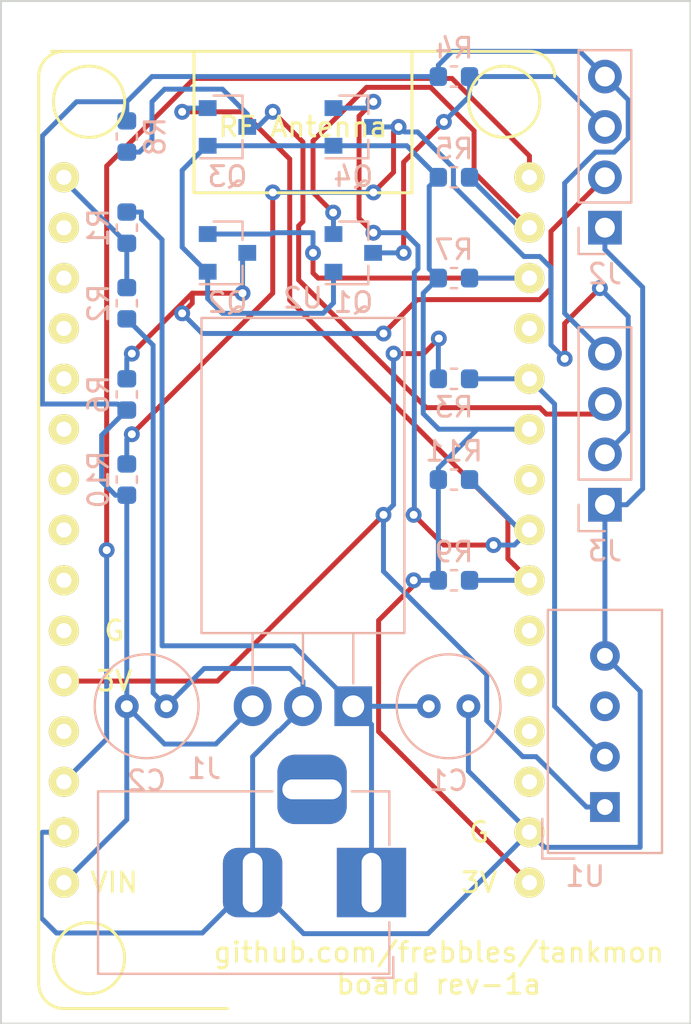
<source format=kicad_pcb>
(kicad_pcb (version 20171130) (host pcbnew 5.1.3-ffb9f22~84~ubuntu16.04.1)

  (general
    (thickness 1.6)
    (drawings 5)
    (tracks 277)
    (zones 0)
    (modules 23)
    (nets 34)
  )

  (page A4)
  (title_block
    (title "TankMon - NodeMCU shield")
    (date 2019-07-29)
    (rev 1a)
  )

  (layers
    (0 F.Cu signal)
    (31 B.Cu signal)
    (32 B.Adhes user)
    (33 F.Adhes user)
    (34 B.Paste user)
    (35 F.Paste user)
    (36 B.SilkS user)
    (37 F.SilkS user)
    (38 B.Mask user)
    (39 F.Mask user)
    (40 Dwgs.User user)
    (41 Cmts.User user)
    (42 Eco1.User user)
    (43 Eco2.User user)
    (44 Edge.Cuts user)
    (45 Margin user)
    (46 B.CrtYd user)
    (47 F.CrtYd user)
    (48 B.Fab user)
    (49 F.Fab user)
  )

  (setup
    (last_trace_width 0.25)
    (trace_clearance 0.2)
    (zone_clearance 0.508)
    (zone_45_only no)
    (trace_min 0.2)
    (via_size 0.8)
    (via_drill 0.4)
    (via_min_size 0.4)
    (via_min_drill 0.3)
    (uvia_size 0.3)
    (uvia_drill 0.1)
    (uvias_allowed no)
    (uvia_min_size 0.2)
    (uvia_min_drill 0.1)
    (edge_width 0.05)
    (segment_width 0.2)
    (pcb_text_width 0.3)
    (pcb_text_size 1.5 1.5)
    (mod_edge_width 0.12)
    (mod_text_size 1 1)
    (mod_text_width 0.15)
    (pad_size 1.524 1.524)
    (pad_drill 0.762)
    (pad_to_mask_clearance 0.051)
    (solder_mask_min_width 0.25)
    (aux_axis_origin 0 0)
    (visible_elements FFFFFF7F)
    (pcbplotparams
      (layerselection 0x010fc_ffffffff)
      (usegerberextensions false)
      (usegerberattributes false)
      (usegerberadvancedattributes false)
      (creategerberjobfile false)
      (excludeedgelayer true)
      (linewidth 0.100000)
      (plotframeref false)
      (viasonmask false)
      (mode 1)
      (useauxorigin false)
      (hpglpennumber 1)
      (hpglpenspeed 20)
      (hpglpendiameter 15.000000)
      (psnegative false)
      (psa4output false)
      (plotreference true)
      (plotvalue true)
      (plotinvisibletext false)
      (padsonsilk false)
      (subtractmaskfromsilk false)
      (outputformat 1)
      (mirror false)
      (drillshape 0)
      (scaleselection 1)
      (outputdirectory "pcb-rev1a/"))
  )

  (net 0 "")
  (net 1 GND)
  (net 2 "Net-(C1-Pad1)")
  (net 3 +5V)
  (net 4 "Net-(J2-Pad3)")
  (net 5 "Net-(J2-Pad2)")
  (net 6 "Net-(J3-Pad3)")
  (net 7 "Net-(J3-Pad2)")
  (net 8 "Net-(Q1-Pad2)")
  (net 9 +3V3)
  (net 10 "Net-(Q2-Pad2)")
  (net 11 "Net-(Q3-Pad2)")
  (net 12 "Net-(Q4-Pad2)")
  (net 13 "Net-(R1-Pad2)")
  (net 14 "Net-(R3-Pad2)")
  (net 15 "Net-(R3-Pad1)")
  (net 16 "Net-(U1-Pad3)")
  (net 17 "Net-(U3-Pad13)")
  (net 18 "Net-(U3-Pad27)")
  (net 19 "Net-(U3-Pad24)")
  (net 20 "Net-(U3-Pad21)")
  (net 21 "Net-(U3-Pad20)")
  (net 22 "Net-(U3-Pad19)")
  (net 23 "Net-(U3-Pad18)")
  (net 24 "Net-(U3-Pad12)")
  (net 25 "Net-(U3-Pad10)")
  (net 26 "Net-(U3-Pad9)")
  (net 27 "Net-(U3-Pad8)")
  (net 28 "Net-(U3-Pad7)")
  (net 29 "Net-(U3-Pad6)")
  (net 30 "Net-(U3-Pad5)")
  (net 31 "Net-(U3-Pad4)")
  (net 32 "Net-(U3-Pad3)")
  (net 33 "Net-(U3-Pad2)")

  (net_class Default "This is the default net class."
    (clearance 0.2)
    (trace_width 0.25)
    (via_dia 0.8)
    (via_drill 0.4)
    (uvia_dia 0.3)
    (uvia_drill 0.1)
    (add_net +3V3)
    (add_net +5V)
    (add_net GND)
    (add_net "Net-(C1-Pad1)")
    (add_net "Net-(J2-Pad2)")
    (add_net "Net-(J2-Pad3)")
    (add_net "Net-(J3-Pad2)")
    (add_net "Net-(J3-Pad3)")
    (add_net "Net-(Q1-Pad2)")
    (add_net "Net-(Q2-Pad2)")
    (add_net "Net-(Q3-Pad2)")
    (add_net "Net-(Q4-Pad2)")
    (add_net "Net-(R1-Pad2)")
    (add_net "Net-(R3-Pad1)")
    (add_net "Net-(R3-Pad2)")
    (add_net "Net-(U1-Pad3)")
    (add_net "Net-(U3-Pad10)")
    (add_net "Net-(U3-Pad12)")
    (add_net "Net-(U3-Pad13)")
    (add_net "Net-(U3-Pad18)")
    (add_net "Net-(U3-Pad19)")
    (add_net "Net-(U3-Pad2)")
    (add_net "Net-(U3-Pad20)")
    (add_net "Net-(U3-Pad21)")
    (add_net "Net-(U3-Pad24)")
    (add_net "Net-(U3-Pad27)")
    (add_net "Net-(U3-Pad3)")
    (add_net "Net-(U3-Pad4)")
    (add_net "Net-(U3-Pad5)")
    (add_net "Net-(U3-Pad6)")
    (add_net "Net-(U3-Pad7)")
    (add_net "Net-(U3-Pad8)")
    (add_net "Net-(U3-Pad9)")
  )

  (module ESP8266:ESP12F-Devkit-V3-modtext (layer F.Cu) (tedit 5D3E74B7) (tstamp 5D3E7B46)
    (at 145.034 103.124)
    (path /5D3B86D1)
    (fp_text reference U3 (at 0.635 -1.27) (layer B.SilkS) hide
      (effects (font (size 1 1) (thickness 0.15)))
    )
    (fp_text value "NodeMCU_1.0_(ESP-12E)" (at 0 -6.35) (layer F.Fab) hide
      (effects (font (size 1 1) (thickness 0.15)))
    )
    (fp_text user "RF Antenna" (at 0 -21.59) (layer F.SilkS)
      (effects (font (size 1 1) (thickness 0.15)))
    )
    (fp_line (start 5.5 -18.27) (end -5.5 -18.27) (layer F.SilkS) (width 0.15))
    (fp_line (start 5.5 -25.4) (end 5.5 -18.27) (layer F.SilkS) (width 0.15))
    (fp_line (start -5.5 -18.27) (end -5.5 -25.4) (layer F.SilkS) (width 0.15))
    (fp_arc (start -12.065 -24.13) (end -13.335 -24.13) (angle 90) (layer F.SilkS) (width 0.15))
    (fp_arc (start 11.43 -24.13) (end 11.43 -25.4) (angle 90) (layer F.SilkS) (width 0.15))
    (fp_arc (start -12.065 21.59) (end -12.065 22.86) (angle 90) (layer F.SilkS) (width 0.15))
    (fp_line (start -13.335 -24.13) (end -13.335 21.59) (layer F.SilkS) (width 0.15))
    (fp_line (start -3.81 22.86) (end -12.065 22.86) (layer F.SilkS) (width 0.15))
    (fp_text user VIN (at -9.525 16.51) (layer F.SilkS)
      (effects (font (size 1 1) (thickness 0.15)))
    )
    (fp_text user G (at -9.525 13.97) (layer F.SilkS) hide
      (effects (font (size 1 1) (thickness 0.15)))
    )
    (fp_text user RST (at -9.525 11.43) (layer F.SilkS) hide
      (effects (font (size 1 1) (thickness 0.15)))
    )
    (fp_text user EN (at -9.525 8.89) (layer F.SilkS) hide
      (effects (font (size 1 1) (thickness 0.15)))
    )
    (fp_text user 3V (at -9.525 6.35) (layer F.SilkS)
      (effects (font (size 1 1) (thickness 0.15)))
    )
    (fp_text user G (at -9.525 3.81) (layer F.SilkS)
      (effects (font (size 1 1) (thickness 0.15)))
    )
    (fp_text user SK (at -9.525 1.27) (layer F.SilkS) hide
      (effects (font (size 1 1) (thickness 0.15)))
    )
    (fp_text user SO (at -9.525 -1.27) (layer F.SilkS) hide
      (effects (font (size 1 1) (thickness 0.15)))
    )
    (fp_text user SC (at -9.525 -3.81) (layer F.SilkS) hide
      (effects (font (size 1 1) (thickness 0.15)))
    )
    (fp_text user S1 (at -9.525 -6.35) (layer F.SilkS) hide
      (effects (font (size 1 1) (thickness 0.15)))
    )
    (fp_text user S2 (at -9.525 -8.89) (layer F.SilkS) hide
      (effects (font (size 1 1) (thickness 0.15)))
    )
    (fp_text user S3 (at -9.525 -11.43) (layer F.SilkS) hide
      (effects (font (size 1 1) (thickness 0.15)))
    )
    (fp_text user VU (at -9.525 -13.97) (layer F.SilkS) hide
      (effects (font (size 1 1) (thickness 0.15)))
    )
    (fp_text user G (at -9.525 -16.51) (layer F.SilkS) hide
      (effects (font (size 1 1) (thickness 0.15)))
    )
    (fp_text user A0 (at -9.525 -19.05) (layer F.SilkS) hide
      (effects (font (size 1 1) (thickness 0.15)))
    )
    (fp_text user 3V (at 8.89 16.51) (layer F.SilkS)
      (effects (font (size 1 1) (thickness 0.15)))
    )
    (fp_text user G (at 8.89 13.97) (layer F.SilkS)
      (effects (font (size 1 1) (thickness 0.15)))
    )
    (fp_text user TX (at 8.89 11.43) (layer F.SilkS) hide
      (effects (font (size 1 1) (thickness 0.15)))
    )
    (fp_text user RX (at 8.89 8.89) (layer F.SilkS) hide
      (effects (font (size 1 1) (thickness 0.15)))
    )
    (fp_text user D8 (at 8.89 6.35) (layer F.SilkS) hide
      (effects (font (size 1 1) (thickness 0.15)))
    )
    (fp_text user D7 (at 8.89 3.81) (layer F.SilkS) hide
      (effects (font (size 1 1) (thickness 0.15)))
    )
    (fp_text user D6 (at 8.89 1.27) (layer F.SilkS) hide
      (effects (font (size 1 1) (thickness 0.15)))
    )
    (fp_text user D5 (at 8.89 -1.27) (layer F.SilkS) hide
      (effects (font (size 1 1) (thickness 0.15)))
    )
    (fp_text user G (at 8.89 -3.81) (layer F.SilkS) hide
      (effects (font (size 1 1) (thickness 0.15)))
    )
    (fp_text user 3V (at 8.89 -6.35) (layer F.SilkS) hide
      (effects (font (size 1 1) (thickness 0.15)))
    )
    (fp_text user D4 (at 8.89 -8.89) (layer F.SilkS) hide
      (effects (font (size 1 1) (thickness 0.15)))
    )
    (fp_text user D3 (at 8.89 -11.43) (layer F.SilkS) hide
      (effects (font (size 1 1) (thickness 0.15)))
    )
    (fp_text user D2 (at 8.89 -13.97) (layer F.SilkS) hide
      (effects (font (size 1 1) (thickness 0.15)))
    )
    (fp_text user D1 (at 8.89 -16.51) (layer F.SilkS) hide
      (effects (font (size 1 1) (thickness 0.15)))
    )
    (fp_text user D0 (at 8.89 -19.05) (layer F.SilkS) hide
      (effects (font (size 1 1) (thickness 0.15)))
    )
    (fp_circle (center -10.795 20.32) (end -9.525 19.05) (layer F.SilkS) (width 0.15))
    (fp_circle (center -10.795 -22.86) (end -9.525 -24.13) (layer F.SilkS) (width 0.15))
    (fp_circle (center 10.16 -22.86) (end 11.43 -24.13) (layer F.SilkS) (width 0.15))
    (fp_line (start 11.43 -25.4) (end -12.7 -25.4) (layer F.SilkS) (width 0.15))
    (pad 1 thru_hole circle (at -12.065 -19.05) (size 1.524 1.524) (drill 0.762) (layers *.Cu *.Mask F.SilkS)
      (net 13 "Net-(R1-Pad2)"))
    (pad 2 thru_hole circle (at -12.065 -16.51) (size 1.524 1.524) (drill 0.762) (layers *.Cu *.Mask F.SilkS)
      (net 33 "Net-(U3-Pad2)"))
    (pad 3 thru_hole circle (at -12.065 -13.97) (size 1.524 1.524) (drill 0.762) (layers *.Cu *.Mask F.SilkS)
      (net 32 "Net-(U3-Pad3)"))
    (pad 4 thru_hole circle (at -12.065 -11.43) (size 1.524 1.524) (drill 0.762) (layers *.Cu *.Mask F.SilkS)
      (net 31 "Net-(U3-Pad4)"))
    (pad 5 thru_hole circle (at -12.065 -8.89) (size 1.524 1.524) (drill 0.762) (layers *.Cu *.Mask F.SilkS)
      (net 30 "Net-(U3-Pad5)"))
    (pad 6 thru_hole circle (at -12.065 -6.35) (size 1.524 1.524) (drill 0.762) (layers *.Cu *.Mask F.SilkS)
      (net 29 "Net-(U3-Pad6)"))
    (pad 7 thru_hole circle (at -12.065 -3.81) (size 1.524 1.524) (drill 0.762) (layers *.Cu *.Mask F.SilkS)
      (net 28 "Net-(U3-Pad7)"))
    (pad 8 thru_hole circle (at -12.065 -1.27) (size 1.524 1.524) (drill 0.762) (layers *.Cu *.Mask F.SilkS)
      (net 27 "Net-(U3-Pad8)"))
    (pad 9 thru_hole circle (at -12.065 1.27) (size 1.524 1.524) (drill 0.762) (layers *.Cu *.Mask F.SilkS)
      (net 26 "Net-(U3-Pad9)"))
    (pad 10 thru_hole circle (at -12.065 3.81) (size 1.524 1.524) (drill 0.762) (layers *.Cu *.Mask F.SilkS)
      (net 25 "Net-(U3-Pad10)"))
    (pad 11 thru_hole circle (at -12.065 6.35) (size 1.524 1.524) (drill 0.762) (layers *.Cu *.Mask F.SilkS)
      (net 15 "Net-(R3-Pad1)"))
    (pad 12 thru_hole circle (at -12.065 8.89) (size 1.524 1.524) (drill 0.762) (layers *.Cu *.Mask F.SilkS)
      (net 24 "Net-(U3-Pad12)"))
    (pad 13 thru_hole circle (at -12.065 11.43) (size 1.524 1.524) (drill 0.762) (layers *.Cu *.Mask F.SilkS)
      (net 17 "Net-(U3-Pad13)"))
    (pad 14 thru_hole circle (at -12.065 13.97) (size 1.524 1.524) (drill 0.762) (layers *.Cu *.Mask F.SilkS)
      (net 1 GND))
    (pad 15 thru_hole circle (at -12.065 16.51) (size 1.524 1.524) (drill 0.762) (layers *.Cu *.Mask F.SilkS)
      (net 3 +5V))
    (pad 16 thru_hole circle (at 11.43 16.51) (size 1.524 1.524) (drill 0.762) (layers *.Cu *.Mask F.SilkS)
      (net 9 +3V3))
    (pad 17 thru_hole circle (at 11.43 13.97) (size 1.524 1.524) (drill 0.762) (layers *.Cu *.Mask F.SilkS)
      (net 1 GND))
    (pad 18 thru_hole circle (at 11.43 11.43) (size 1.524 1.524) (drill 0.762) (layers *.Cu *.Mask F.SilkS)
      (net 23 "Net-(U3-Pad18)"))
    (pad 19 thru_hole circle (at 11.43 8.89) (size 1.524 1.524) (drill 0.762) (layers *.Cu *.Mask F.SilkS)
      (net 22 "Net-(U3-Pad19)"))
    (pad 20 thru_hole circle (at 11.43 6.35) (size 1.524 1.524) (drill 0.762) (layers *.Cu *.Mask F.SilkS)
      (net 21 "Net-(U3-Pad20)"))
    (pad 21 thru_hole circle (at 11.43 3.81) (size 1.524 1.524) (drill 0.762) (layers *.Cu *.Mask F.SilkS)
      (net 20 "Net-(U3-Pad21)"))
    (pad 22 thru_hole circle (at 11.43 1.27) (size 1.524 1.524) (drill 0.762) (layers *.Cu *.Mask F.SilkS)
      (net 11 "Net-(Q3-Pad2)"))
    (pad 23 thru_hole circle (at 11.43 -1.27) (size 1.524 1.524) (drill 0.762) (layers *.Cu *.Mask F.SilkS)
      (net 12 "Net-(Q4-Pad2)"))
    (pad 24 thru_hole circle (at 11.43 -3.81) (size 1.524 1.524) (drill 0.762) (layers *.Cu *.Mask F.SilkS)
      (net 19 "Net-(U3-Pad24)"))
    (pad 25 thru_hole circle (at 11.43 -6.35) (size 1.524 1.524) (drill 0.762) (layers *.Cu *.Mask F.SilkS)
      (net 9 +3V3))
    (pad 26 thru_hole circle (at 11.43 -8.89) (size 1.524 1.524) (drill 0.762) (layers *.Cu *.Mask F.SilkS)
      (net 14 "Net-(R3-Pad2)"))
    (pad 27 thru_hole circle (at 11.43 -11.43) (size 1.524 1.524) (drill 0.762) (layers *.Cu *.Mask F.SilkS)
      (net 18 "Net-(U3-Pad27)"))
    (pad 28 thru_hole circle (at 11.43 -13.97) (size 1.524 1.524) (drill 0.762) (layers *.Cu *.Mask F.SilkS)
      (net 10 "Net-(Q2-Pad2)"))
    (pad 29 thru_hole circle (at 11.43 -16.51) (size 1.524 1.524) (drill 0.762) (layers *.Cu *.Mask F.SilkS)
      (net 8 "Net-(Q1-Pad2)"))
    (pad 30 thru_hole circle (at 11.43 -19.05) (size 1.524 1.524) (drill 0.762) (layers *.Cu *.Mask F.SilkS)
      (net 17 "Net-(U3-Pad13)"))
  )

  (module Package_TO_SOT_THT:TO-220-3_Horizontal_TabDown (layer B.Cu) (tedit 5AC8BA0D) (tstamp 5D3E7AF0)
    (at 147.574 110.744 180)
    (descr "TO-220-3, Horizontal, RM 2.54mm, see https://www.vishay.com/docs/66542/to-220-1.pdf")
    (tags "TO-220-3 Horizontal RM 2.54mm")
    (path /5D466DDB)
    (fp_text reference U2 (at 2.54 20.58) (layer B.SilkS)
      (effects (font (size 1 1) (thickness 0.15)) (justify mirror))
    )
    (fp_text value L7805 (at 2.54 -2) (layer B.Fab)
      (effects (font (size 1 1) (thickness 0.15)) (justify mirror))
    )
    (fp_text user %R (at 2.54 20.58) (layer B.Fab)
      (effects (font (size 1 1) (thickness 0.15)) (justify mirror))
    )
    (fp_line (start 7.79 19.71) (end -2.71 19.71) (layer B.CrtYd) (width 0.05))
    (fp_line (start 7.79 -1.25) (end 7.79 19.71) (layer B.CrtYd) (width 0.05))
    (fp_line (start -2.71 -1.25) (end 7.79 -1.25) (layer B.CrtYd) (width 0.05))
    (fp_line (start -2.71 19.71) (end -2.71 -1.25) (layer B.CrtYd) (width 0.05))
    (fp_line (start 5.08 3.69) (end 5.08 1.15) (layer B.SilkS) (width 0.12))
    (fp_line (start 2.54 3.69) (end 2.54 1.15) (layer B.SilkS) (width 0.12))
    (fp_line (start 0 3.69) (end 0 1.15) (layer B.SilkS) (width 0.12))
    (fp_line (start 7.66 19.58) (end 7.66 3.69) (layer B.SilkS) (width 0.12))
    (fp_line (start -2.58 19.58) (end -2.58 3.69) (layer B.SilkS) (width 0.12))
    (fp_line (start -2.58 19.58) (end 7.66 19.58) (layer B.SilkS) (width 0.12))
    (fp_line (start -2.58 3.69) (end 7.66 3.69) (layer B.SilkS) (width 0.12))
    (fp_line (start 5.08 3.81) (end 5.08 0) (layer B.Fab) (width 0.1))
    (fp_line (start 2.54 3.81) (end 2.54 0) (layer B.Fab) (width 0.1))
    (fp_line (start 0 3.81) (end 0 0) (layer B.Fab) (width 0.1))
    (fp_line (start 7.54 3.81) (end -2.46 3.81) (layer B.Fab) (width 0.1))
    (fp_line (start 7.54 13.06) (end 7.54 3.81) (layer B.Fab) (width 0.1))
    (fp_line (start -2.46 13.06) (end 7.54 13.06) (layer B.Fab) (width 0.1))
    (fp_line (start -2.46 3.81) (end -2.46 13.06) (layer B.Fab) (width 0.1))
    (fp_line (start 7.54 13.06) (end -2.46 13.06) (layer B.Fab) (width 0.1))
    (fp_line (start 7.54 19.46) (end 7.54 13.06) (layer B.Fab) (width 0.1))
    (fp_line (start -2.46 19.46) (end 7.54 19.46) (layer B.Fab) (width 0.1))
    (fp_line (start -2.46 13.06) (end -2.46 19.46) (layer B.Fab) (width 0.1))
    (fp_circle (center 2.54 16.66) (end 4.39 16.66) (layer B.Fab) (width 0.1))
    (pad 3 thru_hole oval (at 5.08 0 180) (size 1.905 2) (drill 1.1) (layers *.Cu *.Mask)
      (net 3 +5V))
    (pad 2 thru_hole oval (at 2.54 0 180) (size 1.905 2) (drill 1.1) (layers *.Cu *.Mask)
      (net 1 GND))
    (pad 1 thru_hole rect (at 0 0 180) (size 1.905 2) (drill 1.1) (layers *.Cu *.Mask)
      (net 2 "Net-(C1-Pad1)"))
    (pad "" np_thru_hole oval (at 2.54 16.66 180) (size 3.5 3.5) (drill 3.5) (layers *.Cu *.Mask))
    (model ${KISYS3DMOD}/Package_TO_SOT_THT.3dshapes/TO-220-3_Horizontal_TabDown.wrl
      (at (xyz 0 0 0))
      (scale (xyz 1 1 1))
      (rotate (xyz 0 0 0))
    )
  )

  (module Sensor:Aosong_DHT11_5.5x12.0_P2.54mm (layer B.Cu) (tedit 5C4B60CF) (tstamp 5D3E7AD0)
    (at 160.274 115.824)
    (descr "Temperature and humidity module, http://akizukidenshi.com/download/ds/aosong/DHT11.pdf")
    (tags "Temperature and humidity module")
    (path /5D49EF9A)
    (fp_text reference U1 (at -1 3.5 180) (layer B.SilkS)
      (effects (font (size 1 1) (thickness 0.15)) (justify mirror))
    )
    (fp_text value DHT11 (at 0 -11.3 180) (layer B.Fab)
      (effects (font (size 1 1) (thickness 0.15)) (justify mirror))
    )
    (fp_line (start -3.16 2.6) (end -1.55 2.6) (layer B.SilkS) (width 0.12))
    (fp_line (start -3.16 2.6) (end -3.16 0.6) (layer B.SilkS) (width 0.12))
    (fp_line (start -2.75 1.19) (end -1.75 2.19) (layer B.Fab) (width 0.1))
    (fp_line (start -3 -10.06) (end -3 2.44) (layer B.CrtYd) (width 0.05))
    (fp_line (start 3 -10.06) (end -3 -10.06) (layer B.CrtYd) (width 0.05))
    (fp_line (start 3 2.44) (end 3 -10.06) (layer B.CrtYd) (width 0.05))
    (fp_line (start -3 2.44) (end 3 2.44) (layer B.CrtYd) (width 0.05))
    (fp_text user %R (at 0 -3.81 180) (layer B.Fab)
      (effects (font (size 1 1) (thickness 0.15)) (justify mirror))
    )
    (fp_line (start -2.88 -9.94) (end -2.88 2.31) (layer B.SilkS) (width 0.12))
    (fp_line (start 2.88 -9.94) (end -2.88 -9.94) (layer B.SilkS) (width 0.12))
    (fp_line (start 2.88 2.32) (end 2.88 -9.94) (layer B.SilkS) (width 0.12))
    (fp_line (start -2.87 2.32) (end 2.87 2.32) (layer B.SilkS) (width 0.12))
    (fp_line (start -2.75 1.19) (end -2.75 -9.81) (layer B.Fab) (width 0.1))
    (fp_line (start 2.75 -9.81) (end -2.75 -9.81) (layer B.Fab) (width 0.1))
    (fp_line (start 2.75 2.19) (end 2.75 -9.81) (layer B.Fab) (width 0.1))
    (fp_line (start -1.75 2.19) (end 2.75 2.19) (layer B.Fab) (width 0.1))
    (pad 4 thru_hole circle (at 0 -7.62) (size 1.5 1.5) (drill 0.8) (layers *.Cu *.Mask)
      (net 1 GND))
    (pad 3 thru_hole circle (at 0 -5.08) (size 1.5 1.5) (drill 0.8) (layers *.Cu *.Mask)
      (net 16 "Net-(U1-Pad3)"))
    (pad 2 thru_hole circle (at 0 -2.54) (size 1.5 1.5) (drill 0.8) (layers *.Cu *.Mask)
      (net 14 "Net-(R3-Pad2)"))
    (pad 1 thru_hole rect (at 0 0) (size 1.5 1.5) (drill 0.8) (layers *.Cu *.Mask)
      (net 15 "Net-(R3-Pad1)"))
    (model ${KISYS3DMOD}/Sensor.3dshapes/Aosong_DHT11_5.5x12.0_P2.54mm.wrl
      (at (xyz 0 0 0))
      (scale (xyz 1 1 1))
      (rotate (xyz 0 0 0))
    )
  )

  (module Resistor_SMD:R_0603_1608Metric (layer B.Cu) (tedit 5B301BBD) (tstamp 5D3E7AB8)
    (at 152.654 99.314 180)
    (descr "Resistor SMD 0603 (1608 Metric), square (rectangular) end terminal, IPC_7351 nominal, (Body size source: http://www.tortai-tech.com/upload/download/2011102023233369053.pdf), generated with kicad-footprint-generator")
    (tags resistor)
    (path /5D3F29C4)
    (attr smd)
    (fp_text reference R11 (at 0 1.43) (layer B.SilkS)
      (effects (font (size 1 1) (thickness 0.15)) (justify mirror))
    )
    (fp_text value 10K (at 0 -1.43) (layer B.Fab)
      (effects (font (size 1 1) (thickness 0.15)) (justify mirror))
    )
    (fp_text user %R (at 0 0) (layer B.Fab)
      (effects (font (size 0.4 0.4) (thickness 0.06)) (justify mirror))
    )
    (fp_line (start 1.48 -0.73) (end -1.48 -0.73) (layer B.CrtYd) (width 0.05))
    (fp_line (start 1.48 0.73) (end 1.48 -0.73) (layer B.CrtYd) (width 0.05))
    (fp_line (start -1.48 0.73) (end 1.48 0.73) (layer B.CrtYd) (width 0.05))
    (fp_line (start -1.48 -0.73) (end -1.48 0.73) (layer B.CrtYd) (width 0.05))
    (fp_line (start -0.162779 -0.51) (end 0.162779 -0.51) (layer B.SilkS) (width 0.12))
    (fp_line (start -0.162779 0.51) (end 0.162779 0.51) (layer B.SilkS) (width 0.12))
    (fp_line (start 0.8 -0.4) (end -0.8 -0.4) (layer B.Fab) (width 0.1))
    (fp_line (start 0.8 0.4) (end 0.8 -0.4) (layer B.Fab) (width 0.1))
    (fp_line (start -0.8 0.4) (end 0.8 0.4) (layer B.Fab) (width 0.1))
    (fp_line (start -0.8 -0.4) (end -0.8 0.4) (layer B.Fab) (width 0.1))
    (pad 2 smd roundrect (at 0.7875 0 180) (size 0.875 0.95) (layers B.Cu B.Paste B.Mask) (roundrect_rratio 0.25)
      (net 9 +3V3))
    (pad 1 smd roundrect (at -0.7875 0 180) (size 0.875 0.95) (layers B.Cu B.Paste B.Mask) (roundrect_rratio 0.25)
      (net 12 "Net-(Q4-Pad2)"))
    (model ${KISYS3DMOD}/Resistor_SMD.3dshapes/R_0603_1608Metric.wrl
      (at (xyz 0 0 0))
      (scale (xyz 1 1 1))
      (rotate (xyz 0 0 0))
    )
  )

  (module Resistor_SMD:R_0603_1608Metric (layer B.Cu) (tedit 5B301BBD) (tstamp 5D3E7AA7)
    (at 136.144 99.314 270)
    (descr "Resistor SMD 0603 (1608 Metric), square (rectangular) end terminal, IPC_7351 nominal, (Body size source: http://www.tortai-tech.com/upload/download/2011102023233369053.pdf), generated with kicad-footprint-generator")
    (tags resistor)
    (path /5D3F20A5)
    (attr smd)
    (fp_text reference R10 (at 0 1.43 90) (layer B.SilkS)
      (effects (font (size 1 1) (thickness 0.15)) (justify mirror))
    )
    (fp_text value 10K (at 0 -1.43 90) (layer B.Fab)
      (effects (font (size 1 1) (thickness 0.15)) (justify mirror))
    )
    (fp_text user %R (at 0 0 90) (layer B.Fab)
      (effects (font (size 0.4 0.4) (thickness 0.06)) (justify mirror))
    )
    (fp_line (start 1.48 -0.73) (end -1.48 -0.73) (layer B.CrtYd) (width 0.05))
    (fp_line (start 1.48 0.73) (end 1.48 -0.73) (layer B.CrtYd) (width 0.05))
    (fp_line (start -1.48 0.73) (end 1.48 0.73) (layer B.CrtYd) (width 0.05))
    (fp_line (start -1.48 -0.73) (end -1.48 0.73) (layer B.CrtYd) (width 0.05))
    (fp_line (start -0.162779 -0.51) (end 0.162779 -0.51) (layer B.SilkS) (width 0.12))
    (fp_line (start -0.162779 0.51) (end 0.162779 0.51) (layer B.SilkS) (width 0.12))
    (fp_line (start 0.8 -0.4) (end -0.8 -0.4) (layer B.Fab) (width 0.1))
    (fp_line (start 0.8 0.4) (end 0.8 -0.4) (layer B.Fab) (width 0.1))
    (fp_line (start -0.8 0.4) (end 0.8 0.4) (layer B.Fab) (width 0.1))
    (fp_line (start -0.8 -0.4) (end -0.8 0.4) (layer B.Fab) (width 0.1))
    (pad 2 smd roundrect (at 0.7875 0 270) (size 0.875 0.95) (layers B.Cu B.Paste B.Mask) (roundrect_rratio 0.25)
      (net 3 +5V))
    (pad 1 smd roundrect (at -0.7875 0 270) (size 0.875 0.95) (layers B.Cu B.Paste B.Mask) (roundrect_rratio 0.25)
      (net 7 "Net-(J3-Pad2)"))
    (model ${KISYS3DMOD}/Resistor_SMD.3dshapes/R_0603_1608Metric.wrl
      (at (xyz 0 0 0))
      (scale (xyz 1 1 1))
      (rotate (xyz 0 0 0))
    )
  )

  (module Resistor_SMD:R_0603_1608Metric (layer B.Cu) (tedit 5B301BBD) (tstamp 5D3E7A96)
    (at 152.654 104.394 180)
    (descr "Resistor SMD 0603 (1608 Metric), square (rectangular) end terminal, IPC_7351 nominal, (Body size source: http://www.tortai-tech.com/upload/download/2011102023233369053.pdf), generated with kicad-footprint-generator")
    (tags resistor)
    (path /5D3F177E)
    (attr smd)
    (fp_text reference R9 (at 0 1.43) (layer B.SilkS)
      (effects (font (size 1 1) (thickness 0.15)) (justify mirror))
    )
    (fp_text value 10K (at 0 -1.43) (layer B.Fab)
      (effects (font (size 1 1) (thickness 0.15)) (justify mirror))
    )
    (fp_text user %R (at 0 0) (layer B.Fab)
      (effects (font (size 0.4 0.4) (thickness 0.06)) (justify mirror))
    )
    (fp_line (start 1.48 -0.73) (end -1.48 -0.73) (layer B.CrtYd) (width 0.05))
    (fp_line (start 1.48 0.73) (end 1.48 -0.73) (layer B.CrtYd) (width 0.05))
    (fp_line (start -1.48 0.73) (end 1.48 0.73) (layer B.CrtYd) (width 0.05))
    (fp_line (start -1.48 -0.73) (end -1.48 0.73) (layer B.CrtYd) (width 0.05))
    (fp_line (start -0.162779 -0.51) (end 0.162779 -0.51) (layer B.SilkS) (width 0.12))
    (fp_line (start -0.162779 0.51) (end 0.162779 0.51) (layer B.SilkS) (width 0.12))
    (fp_line (start 0.8 -0.4) (end -0.8 -0.4) (layer B.Fab) (width 0.1))
    (fp_line (start 0.8 0.4) (end 0.8 -0.4) (layer B.Fab) (width 0.1))
    (fp_line (start -0.8 0.4) (end 0.8 0.4) (layer B.Fab) (width 0.1))
    (fp_line (start -0.8 -0.4) (end -0.8 0.4) (layer B.Fab) (width 0.1))
    (pad 2 smd roundrect (at 0.7875 0 180) (size 0.875 0.95) (layers B.Cu B.Paste B.Mask) (roundrect_rratio 0.25)
      (net 9 +3V3))
    (pad 1 smd roundrect (at -0.7875 0 180) (size 0.875 0.95) (layers B.Cu B.Paste B.Mask) (roundrect_rratio 0.25)
      (net 11 "Net-(Q3-Pad2)"))
    (model ${KISYS3DMOD}/Resistor_SMD.3dshapes/R_0603_1608Metric.wrl
      (at (xyz 0 0 0))
      (scale (xyz 1 1 1))
      (rotate (xyz 0 0 0))
    )
  )

  (module Resistor_SMD:R_0603_1608Metric (layer B.Cu) (tedit 5B301BBD) (tstamp 5D3E7A85)
    (at 136.144 82.0165 90)
    (descr "Resistor SMD 0603 (1608 Metric), square (rectangular) end terminal, IPC_7351 nominal, (Body size source: http://www.tortai-tech.com/upload/download/2011102023233369053.pdf), generated with kicad-footprint-generator")
    (tags resistor)
    (path /5D3F1218)
    (attr smd)
    (fp_text reference R8 (at 0 1.43 90) (layer B.SilkS)
      (effects (font (size 1 1) (thickness 0.15)) (justify mirror))
    )
    (fp_text value 10K (at 0 -1.43 90) (layer B.Fab)
      (effects (font (size 1 1) (thickness 0.15)) (justify mirror))
    )
    (fp_text user %R (at 0 0 90) (layer B.Fab)
      (effects (font (size 0.4 0.4) (thickness 0.06)) (justify mirror))
    )
    (fp_line (start 1.48 -0.73) (end -1.48 -0.73) (layer B.CrtYd) (width 0.05))
    (fp_line (start 1.48 0.73) (end 1.48 -0.73) (layer B.CrtYd) (width 0.05))
    (fp_line (start -1.48 0.73) (end 1.48 0.73) (layer B.CrtYd) (width 0.05))
    (fp_line (start -1.48 -0.73) (end -1.48 0.73) (layer B.CrtYd) (width 0.05))
    (fp_line (start -0.162779 -0.51) (end 0.162779 -0.51) (layer B.SilkS) (width 0.12))
    (fp_line (start -0.162779 0.51) (end 0.162779 0.51) (layer B.SilkS) (width 0.12))
    (fp_line (start 0.8 -0.4) (end -0.8 -0.4) (layer B.Fab) (width 0.1))
    (fp_line (start 0.8 0.4) (end 0.8 -0.4) (layer B.Fab) (width 0.1))
    (fp_line (start -0.8 0.4) (end 0.8 0.4) (layer B.Fab) (width 0.1))
    (fp_line (start -0.8 -0.4) (end -0.8 0.4) (layer B.Fab) (width 0.1))
    (pad 2 smd roundrect (at 0.7875 0 90) (size 0.875 0.95) (layers B.Cu B.Paste B.Mask) (roundrect_rratio 0.25)
      (net 3 +5V))
    (pad 1 smd roundrect (at -0.7875 0 90) (size 0.875 0.95) (layers B.Cu B.Paste B.Mask) (roundrect_rratio 0.25)
      (net 6 "Net-(J3-Pad3)"))
    (model ${KISYS3DMOD}/Resistor_SMD.3dshapes/R_0603_1608Metric.wrl
      (at (xyz 0 0 0))
      (scale (xyz 1 1 1))
      (rotate (xyz 0 0 0))
    )
  )

  (module Resistor_SMD:R_0603_1608Metric (layer B.Cu) (tedit 5B301BBD) (tstamp 5D3E7A74)
    (at 152.654 89.154 180)
    (descr "Resistor SMD 0603 (1608 Metric), square (rectangular) end terminal, IPC_7351 nominal, (Body size source: http://www.tortai-tech.com/upload/download/2011102023233369053.pdf), generated with kicad-footprint-generator")
    (tags resistor)
    (path /5D3F0B20)
    (attr smd)
    (fp_text reference R7 (at 0 1.43) (layer B.SilkS)
      (effects (font (size 1 1) (thickness 0.15)) (justify mirror))
    )
    (fp_text value 10K (at 0 -1.43) (layer B.Fab)
      (effects (font (size 1 1) (thickness 0.15)) (justify mirror))
    )
    (fp_text user %R (at 0 0) (layer B.Fab)
      (effects (font (size 0.4 0.4) (thickness 0.06)) (justify mirror))
    )
    (fp_line (start 1.48 -0.73) (end -1.48 -0.73) (layer B.CrtYd) (width 0.05))
    (fp_line (start 1.48 0.73) (end 1.48 -0.73) (layer B.CrtYd) (width 0.05))
    (fp_line (start -1.48 0.73) (end 1.48 0.73) (layer B.CrtYd) (width 0.05))
    (fp_line (start -1.48 -0.73) (end -1.48 0.73) (layer B.CrtYd) (width 0.05))
    (fp_line (start -0.162779 -0.51) (end 0.162779 -0.51) (layer B.SilkS) (width 0.12))
    (fp_line (start -0.162779 0.51) (end 0.162779 0.51) (layer B.SilkS) (width 0.12))
    (fp_line (start 0.8 -0.4) (end -0.8 -0.4) (layer B.Fab) (width 0.1))
    (fp_line (start 0.8 0.4) (end 0.8 -0.4) (layer B.Fab) (width 0.1))
    (fp_line (start -0.8 0.4) (end 0.8 0.4) (layer B.Fab) (width 0.1))
    (fp_line (start -0.8 -0.4) (end -0.8 0.4) (layer B.Fab) (width 0.1))
    (pad 2 smd roundrect (at 0.7875 0 180) (size 0.875 0.95) (layers B.Cu B.Paste B.Mask) (roundrect_rratio 0.25)
      (net 9 +3V3))
    (pad 1 smd roundrect (at -0.7875 0 180) (size 0.875 0.95) (layers B.Cu B.Paste B.Mask) (roundrect_rratio 0.25)
      (net 10 "Net-(Q2-Pad2)"))
    (model ${KISYS3DMOD}/Resistor_SMD.3dshapes/R_0603_1608Metric.wrl
      (at (xyz 0 0 0))
      (scale (xyz 1 1 1))
      (rotate (xyz 0 0 0))
    )
  )

  (module Resistor_SMD:R_0603_1608Metric (layer B.Cu) (tedit 5B301BBD) (tstamp 5D3E7A63)
    (at 136.144 95.0215 270)
    (descr "Resistor SMD 0603 (1608 Metric), square (rectangular) end terminal, IPC_7351 nominal, (Body size source: http://www.tortai-tech.com/upload/download/2011102023233369053.pdf), generated with kicad-footprint-generator")
    (tags resistor)
    (path /5D3EFA5D)
    (attr smd)
    (fp_text reference R6 (at 0 1.43 90) (layer B.SilkS)
      (effects (font (size 1 1) (thickness 0.15)) (justify mirror))
    )
    (fp_text value 10K (at 0 -1.43 90) (layer B.Fab)
      (effects (font (size 1 1) (thickness 0.15)) (justify mirror))
    )
    (fp_text user %R (at 0 0 90) (layer B.Fab)
      (effects (font (size 0.4 0.4) (thickness 0.06)) (justify mirror))
    )
    (fp_line (start 1.48 -0.73) (end -1.48 -0.73) (layer B.CrtYd) (width 0.05))
    (fp_line (start 1.48 0.73) (end 1.48 -0.73) (layer B.CrtYd) (width 0.05))
    (fp_line (start -1.48 0.73) (end 1.48 0.73) (layer B.CrtYd) (width 0.05))
    (fp_line (start -1.48 -0.73) (end -1.48 0.73) (layer B.CrtYd) (width 0.05))
    (fp_line (start -0.162779 -0.51) (end 0.162779 -0.51) (layer B.SilkS) (width 0.12))
    (fp_line (start -0.162779 0.51) (end 0.162779 0.51) (layer B.SilkS) (width 0.12))
    (fp_line (start 0.8 -0.4) (end -0.8 -0.4) (layer B.Fab) (width 0.1))
    (fp_line (start 0.8 0.4) (end 0.8 -0.4) (layer B.Fab) (width 0.1))
    (fp_line (start -0.8 0.4) (end 0.8 0.4) (layer B.Fab) (width 0.1))
    (fp_line (start -0.8 -0.4) (end -0.8 0.4) (layer B.Fab) (width 0.1))
    (pad 2 smd roundrect (at 0.7875 0 270) (size 0.875 0.95) (layers B.Cu B.Paste B.Mask) (roundrect_rratio 0.25)
      (net 3 +5V))
    (pad 1 smd roundrect (at -0.7875 0 270) (size 0.875 0.95) (layers B.Cu B.Paste B.Mask) (roundrect_rratio 0.25)
      (net 5 "Net-(J2-Pad2)"))
    (model ${KISYS3DMOD}/Resistor_SMD.3dshapes/R_0603_1608Metric.wrl
      (at (xyz 0 0 0))
      (scale (xyz 1 1 1))
      (rotate (xyz 0 0 0))
    )
  )

  (module Resistor_SMD:R_0603_1608Metric (layer B.Cu) (tedit 5B301BBD) (tstamp 5D3E7A52)
    (at 152.654 84.074 180)
    (descr "Resistor SMD 0603 (1608 Metric), square (rectangular) end terminal, IPC_7351 nominal, (Body size source: http://www.tortai-tech.com/upload/download/2011102023233369053.pdf), generated with kicad-footprint-generator")
    (tags resistor)
    (path /5D3EE9D0)
    (attr smd)
    (fp_text reference R5 (at 0 1.43) (layer B.SilkS)
      (effects (font (size 1 1) (thickness 0.15)) (justify mirror))
    )
    (fp_text value 10K (at 0 -1.43) (layer B.Fab)
      (effects (font (size 1 1) (thickness 0.15)) (justify mirror))
    )
    (fp_text user %R (at 0 0) (layer B.Fab)
      (effects (font (size 0.4 0.4) (thickness 0.06)) (justify mirror))
    )
    (fp_line (start 1.48 -0.73) (end -1.48 -0.73) (layer B.CrtYd) (width 0.05))
    (fp_line (start 1.48 0.73) (end 1.48 -0.73) (layer B.CrtYd) (width 0.05))
    (fp_line (start -1.48 0.73) (end 1.48 0.73) (layer B.CrtYd) (width 0.05))
    (fp_line (start -1.48 -0.73) (end -1.48 0.73) (layer B.CrtYd) (width 0.05))
    (fp_line (start -0.162779 -0.51) (end 0.162779 -0.51) (layer B.SilkS) (width 0.12))
    (fp_line (start -0.162779 0.51) (end 0.162779 0.51) (layer B.SilkS) (width 0.12))
    (fp_line (start 0.8 -0.4) (end -0.8 -0.4) (layer B.Fab) (width 0.1))
    (fp_line (start 0.8 0.4) (end 0.8 -0.4) (layer B.Fab) (width 0.1))
    (fp_line (start -0.8 0.4) (end 0.8 0.4) (layer B.Fab) (width 0.1))
    (fp_line (start -0.8 -0.4) (end -0.8 0.4) (layer B.Fab) (width 0.1))
    (pad 2 smd roundrect (at 0.7875 0 180) (size 0.875 0.95) (layers B.Cu B.Paste B.Mask) (roundrect_rratio 0.25)
      (net 9 +3V3))
    (pad 1 smd roundrect (at -0.7875 0 180) (size 0.875 0.95) (layers B.Cu B.Paste B.Mask) (roundrect_rratio 0.25)
      (net 8 "Net-(Q1-Pad2)"))
    (model ${KISYS3DMOD}/Resistor_SMD.3dshapes/R_0603_1608Metric.wrl
      (at (xyz 0 0 0))
      (scale (xyz 1 1 1))
      (rotate (xyz 0 0 0))
    )
  )

  (module Resistor_SMD:R_0603_1608Metric (layer B.Cu) (tedit 5B301BBD) (tstamp 5D3E7A41)
    (at 152.654 78.994 180)
    (descr "Resistor SMD 0603 (1608 Metric), square (rectangular) end terminal, IPC_7351 nominal, (Body size source: http://www.tortai-tech.com/upload/download/2011102023233369053.pdf), generated with kicad-footprint-generator")
    (tags resistor)
    (path /5D3EEF93)
    (attr smd)
    (fp_text reference R4 (at 0 1.43) (layer B.SilkS)
      (effects (font (size 1 1) (thickness 0.15)) (justify mirror))
    )
    (fp_text value 10K (at 0 -1.43) (layer B.Fab)
      (effects (font (size 1 1) (thickness 0.15)) (justify mirror))
    )
    (fp_text user %R (at 0 0) (layer B.Fab)
      (effects (font (size 0.4 0.4) (thickness 0.06)) (justify mirror))
    )
    (fp_line (start 1.48 -0.73) (end -1.48 -0.73) (layer B.CrtYd) (width 0.05))
    (fp_line (start 1.48 0.73) (end 1.48 -0.73) (layer B.CrtYd) (width 0.05))
    (fp_line (start -1.48 0.73) (end 1.48 0.73) (layer B.CrtYd) (width 0.05))
    (fp_line (start -1.48 -0.73) (end -1.48 0.73) (layer B.CrtYd) (width 0.05))
    (fp_line (start -0.162779 -0.51) (end 0.162779 -0.51) (layer B.SilkS) (width 0.12))
    (fp_line (start -0.162779 0.51) (end 0.162779 0.51) (layer B.SilkS) (width 0.12))
    (fp_line (start 0.8 -0.4) (end -0.8 -0.4) (layer B.Fab) (width 0.1))
    (fp_line (start 0.8 0.4) (end 0.8 -0.4) (layer B.Fab) (width 0.1))
    (fp_line (start -0.8 0.4) (end 0.8 0.4) (layer B.Fab) (width 0.1))
    (fp_line (start -0.8 -0.4) (end -0.8 0.4) (layer B.Fab) (width 0.1))
    (pad 2 smd roundrect (at 0.7875 0 180) (size 0.875 0.95) (layers B.Cu B.Paste B.Mask) (roundrect_rratio 0.25)
      (net 3 +5V))
    (pad 1 smd roundrect (at -0.7875 0 180) (size 0.875 0.95) (layers B.Cu B.Paste B.Mask) (roundrect_rratio 0.25)
      (net 4 "Net-(J2-Pad3)"))
    (model ${KISYS3DMOD}/Resistor_SMD.3dshapes/R_0603_1608Metric.wrl
      (at (xyz 0 0 0))
      (scale (xyz 1 1 1))
      (rotate (xyz 0 0 0))
    )
  )

  (module Resistor_SMD:R_0603_1608Metric (layer B.Cu) (tedit 5B301BBD) (tstamp 5D3E7A30)
    (at 152.654 94.234)
    (descr "Resistor SMD 0603 (1608 Metric), square (rectangular) end terminal, IPC_7351 nominal, (Body size source: http://www.tortai-tech.com/upload/download/2011102023233369053.pdf), generated with kicad-footprint-generator")
    (tags resistor)
    (path /5D4B380E)
    (attr smd)
    (fp_text reference R3 (at 0 1.43) (layer B.SilkS)
      (effects (font (size 1 1) (thickness 0.15)) (justify mirror))
    )
    (fp_text value 10k (at 0 -1.43) (layer B.Fab)
      (effects (font (size 1 1) (thickness 0.15)) (justify mirror))
    )
    (fp_text user %R (at 0 0) (layer B.Fab)
      (effects (font (size 0.4 0.4) (thickness 0.06)) (justify mirror))
    )
    (fp_line (start 1.48 -0.73) (end -1.48 -0.73) (layer B.CrtYd) (width 0.05))
    (fp_line (start 1.48 0.73) (end 1.48 -0.73) (layer B.CrtYd) (width 0.05))
    (fp_line (start -1.48 0.73) (end 1.48 0.73) (layer B.CrtYd) (width 0.05))
    (fp_line (start -1.48 -0.73) (end -1.48 0.73) (layer B.CrtYd) (width 0.05))
    (fp_line (start -0.162779 -0.51) (end 0.162779 -0.51) (layer B.SilkS) (width 0.12))
    (fp_line (start -0.162779 0.51) (end 0.162779 0.51) (layer B.SilkS) (width 0.12))
    (fp_line (start 0.8 -0.4) (end -0.8 -0.4) (layer B.Fab) (width 0.1))
    (fp_line (start 0.8 0.4) (end 0.8 -0.4) (layer B.Fab) (width 0.1))
    (fp_line (start -0.8 0.4) (end 0.8 0.4) (layer B.Fab) (width 0.1))
    (fp_line (start -0.8 -0.4) (end -0.8 0.4) (layer B.Fab) (width 0.1))
    (pad 2 smd roundrect (at 0.7875 0) (size 0.875 0.95) (layers B.Cu B.Paste B.Mask) (roundrect_rratio 0.25)
      (net 14 "Net-(R3-Pad2)"))
    (pad 1 smd roundrect (at -0.7875 0) (size 0.875 0.95) (layers B.Cu B.Paste B.Mask) (roundrect_rratio 0.25)
      (net 15 "Net-(R3-Pad1)"))
    (model ${KISYS3DMOD}/Resistor_SMD.3dshapes/R_0603_1608Metric.wrl
      (at (xyz 0 0 0))
      (scale (xyz 1 1 1))
      (rotate (xyz 0 0 0))
    )
  )

  (module Resistor_SMD:R_0603_1608Metric (layer B.Cu) (tedit 5B301BBD) (tstamp 5D3E7A1F)
    (at 136.144 90.424 270)
    (descr "Resistor SMD 0603 (1608 Metric), square (rectangular) end terminal, IPC_7351 nominal, (Body size source: http://www.tortai-tech.com/upload/download/2011102023233369053.pdf), generated with kicad-footprint-generator")
    (tags resistor)
    (path /5D469A76)
    (attr smd)
    (fp_text reference R2 (at 0 1.43 90) (layer B.SilkS)
      (effects (font (size 1 1) (thickness 0.15)) (justify mirror))
    )
    (fp_text value 10k (at 0 -1.43 90) (layer B.Fab)
      (effects (font (size 1 1) (thickness 0.15)) (justify mirror))
    )
    (fp_text user %R (at 0 0 90) (layer B.Fab)
      (effects (font (size 0.4 0.4) (thickness 0.06)) (justify mirror))
    )
    (fp_line (start 1.48 -0.73) (end -1.48 -0.73) (layer B.CrtYd) (width 0.05))
    (fp_line (start 1.48 0.73) (end 1.48 -0.73) (layer B.CrtYd) (width 0.05))
    (fp_line (start -1.48 0.73) (end 1.48 0.73) (layer B.CrtYd) (width 0.05))
    (fp_line (start -1.48 -0.73) (end -1.48 0.73) (layer B.CrtYd) (width 0.05))
    (fp_line (start -0.162779 -0.51) (end 0.162779 -0.51) (layer B.SilkS) (width 0.12))
    (fp_line (start -0.162779 0.51) (end 0.162779 0.51) (layer B.SilkS) (width 0.12))
    (fp_line (start 0.8 -0.4) (end -0.8 -0.4) (layer B.Fab) (width 0.1))
    (fp_line (start 0.8 0.4) (end 0.8 -0.4) (layer B.Fab) (width 0.1))
    (fp_line (start -0.8 0.4) (end 0.8 0.4) (layer B.Fab) (width 0.1))
    (fp_line (start -0.8 -0.4) (end -0.8 0.4) (layer B.Fab) (width 0.1))
    (pad 2 smd roundrect (at 0.7875 0 270) (size 0.875 0.95) (layers B.Cu B.Paste B.Mask) (roundrect_rratio 0.25)
      (net 1 GND))
    (pad 1 smd roundrect (at -0.7875 0 270) (size 0.875 0.95) (layers B.Cu B.Paste B.Mask) (roundrect_rratio 0.25)
      (net 13 "Net-(R1-Pad2)"))
    (model ${KISYS3DMOD}/Resistor_SMD.3dshapes/R_0603_1608Metric.wrl
      (at (xyz 0 0 0))
      (scale (xyz 1 1 1))
      (rotate (xyz 0 0 0))
    )
  )

  (module Resistor_SMD:R_0603_1608Metric (layer B.Cu) (tedit 5B301BBD) (tstamp 5D3E7A0E)
    (at 136.144 86.614 270)
    (descr "Resistor SMD 0603 (1608 Metric), square (rectangular) end terminal, IPC_7351 nominal, (Body size source: http://www.tortai-tech.com/upload/download/2011102023233369053.pdf), generated with kicad-footprint-generator")
    (tags resistor)
    (path /5D46892A)
    (attr smd)
    (fp_text reference R1 (at 0 1.43 270) (layer B.SilkS)
      (effects (font (size 1 1) (thickness 0.15)) (justify mirror))
    )
    (fp_text value 220k (at 0 -1.43 270) (layer B.Fab)
      (effects (font (size 1 1) (thickness 0.15)) (justify mirror))
    )
    (fp_text user %R (at 0 0 270) (layer B.Fab)
      (effects (font (size 0.4 0.4) (thickness 0.06)) (justify mirror))
    )
    (fp_line (start 1.48 -0.73) (end -1.48 -0.73) (layer B.CrtYd) (width 0.05))
    (fp_line (start 1.48 0.73) (end 1.48 -0.73) (layer B.CrtYd) (width 0.05))
    (fp_line (start -1.48 0.73) (end 1.48 0.73) (layer B.CrtYd) (width 0.05))
    (fp_line (start -1.48 -0.73) (end -1.48 0.73) (layer B.CrtYd) (width 0.05))
    (fp_line (start -0.162779 -0.51) (end 0.162779 -0.51) (layer B.SilkS) (width 0.12))
    (fp_line (start -0.162779 0.51) (end 0.162779 0.51) (layer B.SilkS) (width 0.12))
    (fp_line (start 0.8 -0.4) (end -0.8 -0.4) (layer B.Fab) (width 0.1))
    (fp_line (start 0.8 0.4) (end 0.8 -0.4) (layer B.Fab) (width 0.1))
    (fp_line (start -0.8 0.4) (end 0.8 0.4) (layer B.Fab) (width 0.1))
    (fp_line (start -0.8 -0.4) (end -0.8 0.4) (layer B.Fab) (width 0.1))
    (pad 2 smd roundrect (at 0.7875 0 270) (size 0.875 0.95) (layers B.Cu B.Paste B.Mask) (roundrect_rratio 0.25)
      (net 13 "Net-(R1-Pad2)"))
    (pad 1 smd roundrect (at -0.7875 0 270) (size 0.875 0.95) (layers B.Cu B.Paste B.Mask) (roundrect_rratio 0.25)
      (net 2 "Net-(C1-Pad1)"))
    (model ${KISYS3DMOD}/Resistor_SMD.3dshapes/R_0603_1608Metric.wrl
      (at (xyz 0 0 0))
      (scale (xyz 1 1 1))
      (rotate (xyz 0 0 0))
    )
  )

  (module Package_TO_SOT_SMD:SOT-23 (layer B.Cu) (tedit 5A02FF57) (tstamp 5D3E79FD)
    (at 147.574 81.534)
    (descr "SOT-23, Standard")
    (tags SOT-23)
    (path /5D3EB78E)
    (attr smd)
    (fp_text reference Q4 (at 0 2.5) (layer B.SilkS)
      (effects (font (size 1 1) (thickness 0.15)) (justify mirror))
    )
    (fp_text value BSS138 (at 0 -2.5) (layer B.Fab)
      (effects (font (size 1 1) (thickness 0.15)) (justify mirror))
    )
    (fp_line (start 0.76 -1.58) (end -0.7 -1.58) (layer B.SilkS) (width 0.12))
    (fp_line (start 0.76 1.58) (end -1.4 1.58) (layer B.SilkS) (width 0.12))
    (fp_line (start -1.7 -1.75) (end -1.7 1.75) (layer B.CrtYd) (width 0.05))
    (fp_line (start 1.7 -1.75) (end -1.7 -1.75) (layer B.CrtYd) (width 0.05))
    (fp_line (start 1.7 1.75) (end 1.7 -1.75) (layer B.CrtYd) (width 0.05))
    (fp_line (start -1.7 1.75) (end 1.7 1.75) (layer B.CrtYd) (width 0.05))
    (fp_line (start 0.76 1.58) (end 0.76 0.65) (layer B.SilkS) (width 0.12))
    (fp_line (start 0.76 -1.58) (end 0.76 -0.65) (layer B.SilkS) (width 0.12))
    (fp_line (start -0.7 -1.52) (end 0.7 -1.52) (layer B.Fab) (width 0.1))
    (fp_line (start 0.7 1.52) (end 0.7 -1.52) (layer B.Fab) (width 0.1))
    (fp_line (start -0.7 0.95) (end -0.15 1.52) (layer B.Fab) (width 0.1))
    (fp_line (start -0.15 1.52) (end 0.7 1.52) (layer B.Fab) (width 0.1))
    (fp_line (start -0.7 0.95) (end -0.7 -1.5) (layer B.Fab) (width 0.1))
    (fp_text user %R (at 0 0 -90) (layer B.Fab)
      (effects (font (size 0.5 0.5) (thickness 0.075)) (justify mirror))
    )
    (pad 3 smd rect (at 1 0) (size 0.9 0.8) (layers B.Cu B.Paste B.Mask)
      (net 7 "Net-(J3-Pad2)"))
    (pad 2 smd rect (at -1 -0.95) (size 0.9 0.8) (layers B.Cu B.Paste B.Mask)
      (net 12 "Net-(Q4-Pad2)"))
    (pad 1 smd rect (at -1 0.95) (size 0.9 0.8) (layers B.Cu B.Paste B.Mask)
      (net 9 +3V3))
    (model ${KISYS3DMOD}/Package_TO_SOT_SMD.3dshapes/SOT-23.wrl
      (at (xyz 0 0 0))
      (scale (xyz 1 1 1))
      (rotate (xyz 0 0 0))
    )
  )

  (module Package_TO_SOT_SMD:SOT-23 (layer B.Cu) (tedit 5A02FF57) (tstamp 5D3E79E8)
    (at 141.224 81.534)
    (descr "SOT-23, Standard")
    (tags SOT-23)
    (path /5D3E7783)
    (attr smd)
    (fp_text reference Q3 (at 0 2.5) (layer B.SilkS)
      (effects (font (size 1 1) (thickness 0.15)) (justify mirror))
    )
    (fp_text value BSS138 (at 0 -2.5) (layer B.Fab)
      (effects (font (size 1 1) (thickness 0.15)) (justify mirror))
    )
    (fp_line (start 0.76 -1.58) (end -0.7 -1.58) (layer B.SilkS) (width 0.12))
    (fp_line (start 0.76 1.58) (end -1.4 1.58) (layer B.SilkS) (width 0.12))
    (fp_line (start -1.7 -1.75) (end -1.7 1.75) (layer B.CrtYd) (width 0.05))
    (fp_line (start 1.7 -1.75) (end -1.7 -1.75) (layer B.CrtYd) (width 0.05))
    (fp_line (start 1.7 1.75) (end 1.7 -1.75) (layer B.CrtYd) (width 0.05))
    (fp_line (start -1.7 1.75) (end 1.7 1.75) (layer B.CrtYd) (width 0.05))
    (fp_line (start 0.76 1.58) (end 0.76 0.65) (layer B.SilkS) (width 0.12))
    (fp_line (start 0.76 -1.58) (end 0.76 -0.65) (layer B.SilkS) (width 0.12))
    (fp_line (start -0.7 -1.52) (end 0.7 -1.52) (layer B.Fab) (width 0.1))
    (fp_line (start 0.7 1.52) (end 0.7 -1.52) (layer B.Fab) (width 0.1))
    (fp_line (start -0.7 0.95) (end -0.15 1.52) (layer B.Fab) (width 0.1))
    (fp_line (start -0.15 1.52) (end 0.7 1.52) (layer B.Fab) (width 0.1))
    (fp_line (start -0.7 0.95) (end -0.7 -1.5) (layer B.Fab) (width 0.1))
    (fp_text user %R (at 0 0 270) (layer B.Fab)
      (effects (font (size 0.5 0.5) (thickness 0.075)) (justify mirror))
    )
    (pad 3 smd rect (at 1 0) (size 0.9 0.8) (layers B.Cu B.Paste B.Mask)
      (net 6 "Net-(J3-Pad3)"))
    (pad 2 smd rect (at -1 -0.95) (size 0.9 0.8) (layers B.Cu B.Paste B.Mask)
      (net 11 "Net-(Q3-Pad2)"))
    (pad 1 smd rect (at -1 0.95) (size 0.9 0.8) (layers B.Cu B.Paste B.Mask)
      (net 9 +3V3))
    (model ${KISYS3DMOD}/Package_TO_SOT_SMD.3dshapes/SOT-23.wrl
      (at (xyz 0 0 0))
      (scale (xyz 1 1 1))
      (rotate (xyz 0 0 0))
    )
  )

  (module Package_TO_SOT_SMD:SOT-23 (layer B.Cu) (tedit 5A02FF57) (tstamp 5D3E79D3)
    (at 141.224 87.884)
    (descr "SOT-23, Standard")
    (tags SOT-23)
    (path /5D3E62F4)
    (attr smd)
    (fp_text reference Q2 (at 0 2.5) (layer B.SilkS)
      (effects (font (size 1 1) (thickness 0.15)) (justify mirror))
    )
    (fp_text value BSS138 (at 0 -2.5) (layer B.Fab)
      (effects (font (size 1 1) (thickness 0.15)) (justify mirror))
    )
    (fp_line (start 0.76 -1.58) (end -0.7 -1.58) (layer B.SilkS) (width 0.12))
    (fp_line (start 0.76 1.58) (end -1.4 1.58) (layer B.SilkS) (width 0.12))
    (fp_line (start -1.7 -1.75) (end -1.7 1.75) (layer B.CrtYd) (width 0.05))
    (fp_line (start 1.7 -1.75) (end -1.7 -1.75) (layer B.CrtYd) (width 0.05))
    (fp_line (start 1.7 1.75) (end 1.7 -1.75) (layer B.CrtYd) (width 0.05))
    (fp_line (start -1.7 1.75) (end 1.7 1.75) (layer B.CrtYd) (width 0.05))
    (fp_line (start 0.76 1.58) (end 0.76 0.65) (layer B.SilkS) (width 0.12))
    (fp_line (start 0.76 -1.58) (end 0.76 -0.65) (layer B.SilkS) (width 0.12))
    (fp_line (start -0.7 -1.52) (end 0.7 -1.52) (layer B.Fab) (width 0.1))
    (fp_line (start 0.7 1.52) (end 0.7 -1.52) (layer B.Fab) (width 0.1))
    (fp_line (start -0.7 0.95) (end -0.15 1.52) (layer B.Fab) (width 0.1))
    (fp_line (start -0.15 1.52) (end 0.7 1.52) (layer B.Fab) (width 0.1))
    (fp_line (start -0.7 0.95) (end -0.7 -1.5) (layer B.Fab) (width 0.1))
    (fp_text user %R (at 0 0 -90) (layer B.Fab)
      (effects (font (size 0.5 0.5) (thickness 0.075)) (justify mirror))
    )
    (pad 3 smd rect (at 1 0) (size 0.9 0.8) (layers B.Cu B.Paste B.Mask)
      (net 5 "Net-(J2-Pad2)"))
    (pad 2 smd rect (at -1 -0.95) (size 0.9 0.8) (layers B.Cu B.Paste B.Mask)
      (net 10 "Net-(Q2-Pad2)"))
    (pad 1 smd rect (at -1 0.95) (size 0.9 0.8) (layers B.Cu B.Paste B.Mask)
      (net 9 +3V3))
    (model ${KISYS3DMOD}/Package_TO_SOT_SMD.3dshapes/SOT-23.wrl
      (at (xyz 0 0 0))
      (scale (xyz 1 1 1))
      (rotate (xyz 0 0 0))
    )
  )

  (module Package_TO_SOT_SMD:SOT-23 (layer B.Cu) (tedit 5A02FF57) (tstamp 5D3E79BE)
    (at 147.574 87.884)
    (descr "SOT-23, Standard")
    (tags SOT-23)
    (path /5D3BFEEB)
    (attr smd)
    (fp_text reference Q1 (at 0 2.5) (layer B.SilkS)
      (effects (font (size 1 1) (thickness 0.15)) (justify mirror))
    )
    (fp_text value BSS138 (at 0 -2.5) (layer B.Fab)
      (effects (font (size 1 1) (thickness 0.15)) (justify mirror))
    )
    (fp_line (start 0.76 -1.58) (end -0.7 -1.58) (layer B.SilkS) (width 0.12))
    (fp_line (start 0.76 1.58) (end -1.4 1.58) (layer B.SilkS) (width 0.12))
    (fp_line (start -1.7 -1.75) (end -1.7 1.75) (layer B.CrtYd) (width 0.05))
    (fp_line (start 1.7 -1.75) (end -1.7 -1.75) (layer B.CrtYd) (width 0.05))
    (fp_line (start 1.7 1.75) (end 1.7 -1.75) (layer B.CrtYd) (width 0.05))
    (fp_line (start -1.7 1.75) (end 1.7 1.75) (layer B.CrtYd) (width 0.05))
    (fp_line (start 0.76 1.58) (end 0.76 0.65) (layer B.SilkS) (width 0.12))
    (fp_line (start 0.76 -1.58) (end 0.76 -0.65) (layer B.SilkS) (width 0.12))
    (fp_line (start -0.7 -1.52) (end 0.7 -1.52) (layer B.Fab) (width 0.1))
    (fp_line (start 0.7 1.52) (end 0.7 -1.52) (layer B.Fab) (width 0.1))
    (fp_line (start -0.7 0.95) (end -0.15 1.52) (layer B.Fab) (width 0.1))
    (fp_line (start -0.15 1.52) (end 0.7 1.52) (layer B.Fab) (width 0.1))
    (fp_line (start -0.7 0.95) (end -0.7 -1.5) (layer B.Fab) (width 0.1))
    (fp_text user %R (at 0 0 -90) (layer B.Fab)
      (effects (font (size 0.5 0.5) (thickness 0.075)) (justify mirror))
    )
    (pad 3 smd rect (at 1 0) (size 0.9 0.8) (layers B.Cu B.Paste B.Mask)
      (net 4 "Net-(J2-Pad3)"))
    (pad 2 smd rect (at -1 -0.95) (size 0.9 0.8) (layers B.Cu B.Paste B.Mask)
      (net 8 "Net-(Q1-Pad2)"))
    (pad 1 smd rect (at -1 0.95) (size 0.9 0.8) (layers B.Cu B.Paste B.Mask)
      (net 9 +3V3))
    (model ${KISYS3DMOD}/Package_TO_SOT_SMD.3dshapes/SOT-23.wrl
      (at (xyz 0 0 0))
      (scale (xyz 1 1 1))
      (rotate (xyz 0 0 0))
    )
  )

  (module Connector_PinHeader_2.54mm:PinHeader_1x04_P2.54mm_Vertical (layer B.Cu) (tedit 59FED5CC) (tstamp 5D3E79A9)
    (at 160.274 100.584)
    (descr "Through hole straight pin header, 1x04, 2.54mm pitch, single row")
    (tags "Through hole pin header THT 1x04 2.54mm single row")
    (path /5D3BC026)
    (fp_text reference J3 (at 0 2.33 180) (layer B.SilkS)
      (effects (font (size 1 1) (thickness 0.15)) (justify mirror))
    )
    (fp_text value Conn_01x04_Male (at 0 -9.95 180) (layer B.Fab) hide
      (effects (font (size 1 1) (thickness 0.15)) (justify mirror))
    )
    (fp_text user %R (at 0 -3.81 -270) (layer B.Fab)
      (effects (font (size 1 1) (thickness 0.15)) (justify mirror))
    )
    (fp_line (start 1.8 1.8) (end -1.8 1.8) (layer B.CrtYd) (width 0.05))
    (fp_line (start 1.8 -9.4) (end 1.8 1.8) (layer B.CrtYd) (width 0.05))
    (fp_line (start -1.8 -9.4) (end 1.8 -9.4) (layer B.CrtYd) (width 0.05))
    (fp_line (start -1.8 1.8) (end -1.8 -9.4) (layer B.CrtYd) (width 0.05))
    (fp_line (start -1.33 1.33) (end 0 1.33) (layer B.SilkS) (width 0.12))
    (fp_line (start -1.33 0) (end -1.33 1.33) (layer B.SilkS) (width 0.12))
    (fp_line (start -1.33 -1.27) (end 1.33 -1.27) (layer B.SilkS) (width 0.12))
    (fp_line (start 1.33 -1.27) (end 1.33 -8.95) (layer B.SilkS) (width 0.12))
    (fp_line (start -1.33 -1.27) (end -1.33 -8.95) (layer B.SilkS) (width 0.12))
    (fp_line (start -1.33 -8.95) (end 1.33 -8.95) (layer B.SilkS) (width 0.12))
    (fp_line (start -1.27 0.635) (end -0.635 1.27) (layer B.Fab) (width 0.1))
    (fp_line (start -1.27 -8.89) (end -1.27 0.635) (layer B.Fab) (width 0.1))
    (fp_line (start 1.27 -8.89) (end -1.27 -8.89) (layer B.Fab) (width 0.1))
    (fp_line (start 1.27 1.27) (end 1.27 -8.89) (layer B.Fab) (width 0.1))
    (fp_line (start -0.635 1.27) (end 1.27 1.27) (layer B.Fab) (width 0.1))
    (pad 4 thru_hole oval (at 0 -7.62) (size 1.7 1.7) (drill 1) (layers *.Cu *.Mask)
      (net 3 +5V))
    (pad 3 thru_hole oval (at 0 -5.08) (size 1.7 1.7) (drill 1) (layers *.Cu *.Mask)
      (net 6 "Net-(J3-Pad3)"))
    (pad 2 thru_hole oval (at 0 -2.54) (size 1.7 1.7) (drill 1) (layers *.Cu *.Mask)
      (net 7 "Net-(J3-Pad2)"))
    (pad 1 thru_hole rect (at 0 0) (size 1.7 1.7) (drill 1) (layers *.Cu *.Mask)
      (net 1 GND))
    (model ${KISYS3DMOD}/Connector_PinHeader_2.54mm.3dshapes/PinHeader_1x04_P2.54mm_Vertical.wrl
      (at (xyz 0 0 0))
      (scale (xyz 1 1 1))
      (rotate (xyz 0 0 0))
    )
  )

  (module Connector_PinHeader_2.54mm:PinHeader_1x04_P2.54mm_Vertical (layer B.Cu) (tedit 59FED5CC) (tstamp 5D3E7991)
    (at 160.274 86.614)
    (descr "Through hole straight pin header, 1x04, 2.54mm pitch, single row")
    (tags "Through hole pin header THT 1x04 2.54mm single row")
    (path /5D3B8AF9)
    (fp_text reference J2 (at 0 2.33) (layer B.SilkS)
      (effects (font (size 1 1) (thickness 0.15)) (justify mirror))
    )
    (fp_text value Conn_01x04_Male (at 0 -9.95) (layer B.Fab) hide
      (effects (font (size 1 1) (thickness 0.15)) (justify mirror))
    )
    (fp_text user %R (at 0 -3.81 270) (layer B.Fab)
      (effects (font (size 1 1) (thickness 0.15)) (justify mirror))
    )
    (fp_line (start 1.8 1.8) (end -1.8 1.8) (layer B.CrtYd) (width 0.05))
    (fp_line (start 1.8 -9.4) (end 1.8 1.8) (layer B.CrtYd) (width 0.05))
    (fp_line (start -1.8 -9.4) (end 1.8 -9.4) (layer B.CrtYd) (width 0.05))
    (fp_line (start -1.8 1.8) (end -1.8 -9.4) (layer B.CrtYd) (width 0.05))
    (fp_line (start -1.33 1.33) (end 0 1.33) (layer B.SilkS) (width 0.12))
    (fp_line (start -1.33 0) (end -1.33 1.33) (layer B.SilkS) (width 0.12))
    (fp_line (start -1.33 -1.27) (end 1.33 -1.27) (layer B.SilkS) (width 0.12))
    (fp_line (start 1.33 -1.27) (end 1.33 -8.95) (layer B.SilkS) (width 0.12))
    (fp_line (start -1.33 -1.27) (end -1.33 -8.95) (layer B.SilkS) (width 0.12))
    (fp_line (start -1.33 -8.95) (end 1.33 -8.95) (layer B.SilkS) (width 0.12))
    (fp_line (start -1.27 0.635) (end -0.635 1.27) (layer B.Fab) (width 0.1))
    (fp_line (start -1.27 -8.89) (end -1.27 0.635) (layer B.Fab) (width 0.1))
    (fp_line (start 1.27 -8.89) (end -1.27 -8.89) (layer B.Fab) (width 0.1))
    (fp_line (start 1.27 1.27) (end 1.27 -8.89) (layer B.Fab) (width 0.1))
    (fp_line (start -0.635 1.27) (end 1.27 1.27) (layer B.Fab) (width 0.1))
    (pad 4 thru_hole oval (at 0 -7.62) (size 1.7 1.7) (drill 1) (layers *.Cu *.Mask)
      (net 3 +5V))
    (pad 3 thru_hole oval (at 0 -5.08) (size 1.7 1.7) (drill 1) (layers *.Cu *.Mask)
      (net 4 "Net-(J2-Pad3)"))
    (pad 2 thru_hole oval (at 0 -2.54) (size 1.7 1.7) (drill 1) (layers *.Cu *.Mask)
      (net 5 "Net-(J2-Pad2)"))
    (pad 1 thru_hole rect (at 0 0) (size 1.7 1.7) (drill 1) (layers *.Cu *.Mask)
      (net 1 GND))
    (model ${KISYS3DMOD}/Connector_PinHeader_2.54mm.3dshapes/PinHeader_1x04_P2.54mm_Vertical.wrl
      (at (xyz 0 0 0))
      (scale (xyz 1 1 1))
      (rotate (xyz 0 0 0))
    )
  )

  (module Connector_BarrelJack:BarrelJack_Horizontal (layer B.Cu) (tedit 5A1DBF6A) (tstamp 5D3E7979)
    (at 148.494 119.634)
    (descr "DC Barrel Jack")
    (tags "Power Jack")
    (path /5D493913)
    (fp_text reference J1 (at -8.45 -5.75) (layer B.SilkS)
      (effects (font (size 1 1) (thickness 0.15)) (justify mirror))
    )
    (fp_text value Barrel_Jack (at -6.2 5.5) (layer B.Fab)
      (effects (font (size 1 1) (thickness 0.15)) (justify mirror))
    )
    (fp_line (start 0 4.5) (end -13.7 4.5) (layer B.Fab) (width 0.1))
    (fp_line (start 0.8 -4.5) (end 0.8 3.75) (layer B.Fab) (width 0.1))
    (fp_line (start -13.7 -4.5) (end 0.8 -4.5) (layer B.Fab) (width 0.1))
    (fp_line (start -13.7 4.5) (end -13.7 -4.5) (layer B.Fab) (width 0.1))
    (fp_line (start -10.2 4.5) (end -10.2 -4.5) (layer B.Fab) (width 0.1))
    (fp_line (start 0.9 4.6) (end 0.9 2) (layer B.SilkS) (width 0.12))
    (fp_line (start -13.8 4.6) (end 0.9 4.6) (layer B.SilkS) (width 0.12))
    (fp_line (start 0.9 -4.6) (end -1 -4.6) (layer B.SilkS) (width 0.12))
    (fp_line (start 0.9 -1.9) (end 0.9 -4.6) (layer B.SilkS) (width 0.12))
    (fp_line (start -13.8 -4.6) (end -13.8 4.6) (layer B.SilkS) (width 0.12))
    (fp_line (start -5 -4.6) (end -13.8 -4.6) (layer B.SilkS) (width 0.12))
    (fp_line (start -14 -4.75) (end -14 4.75) (layer B.CrtYd) (width 0.05))
    (fp_line (start -5 -4.75) (end -14 -4.75) (layer B.CrtYd) (width 0.05))
    (fp_line (start -5 -6.75) (end -5 -4.75) (layer B.CrtYd) (width 0.05))
    (fp_line (start -1 -6.75) (end -5 -6.75) (layer B.CrtYd) (width 0.05))
    (fp_line (start -1 -4.75) (end -1 -6.75) (layer B.CrtYd) (width 0.05))
    (fp_line (start 1 -4.75) (end -1 -4.75) (layer B.CrtYd) (width 0.05))
    (fp_line (start 1 -2) (end 1 -4.75) (layer B.CrtYd) (width 0.05))
    (fp_line (start 2 -2) (end 1 -2) (layer B.CrtYd) (width 0.05))
    (fp_line (start 2 2) (end 2 -2) (layer B.CrtYd) (width 0.05))
    (fp_line (start 1 2) (end 2 2) (layer B.CrtYd) (width 0.05))
    (fp_line (start 1 4.5) (end 1 2) (layer B.CrtYd) (width 0.05))
    (fp_line (start 1 4.75) (end -14 4.75) (layer B.CrtYd) (width 0.05))
    (fp_line (start 1 4.5) (end 1 4.75) (layer B.CrtYd) (width 0.05))
    (fp_line (start 0.05 4.8) (end 1.1 4.8) (layer B.SilkS) (width 0.12))
    (fp_line (start 1.1 3.75) (end 1.1 4.8) (layer B.SilkS) (width 0.12))
    (fp_line (start -0.003213 4.505425) (end 0.8 3.75) (layer B.Fab) (width 0.1))
    (fp_text user %R (at -3 2.95) (layer B.Fab)
      (effects (font (size 1 1) (thickness 0.15)) (justify mirror))
    )
    (pad 3 thru_hole roundrect (at -3 -4.7) (size 3.5 3.5) (drill oval 3 1) (layers *.Cu *.Mask) (roundrect_rratio 0.25))
    (pad 2 thru_hole roundrect (at -6 0) (size 3 3.5) (drill oval 1 3) (layers *.Cu *.Mask) (roundrect_rratio 0.25)
      (net 1 GND))
    (pad 1 thru_hole rect (at 0 0) (size 3.5 3.5) (drill oval 1 3) (layers *.Cu *.Mask)
      (net 2 "Net-(C1-Pad1)"))
    (model ${KISYS3DMOD}/Connector_BarrelJack.3dshapes/BarrelJack_Horizontal.wrl
      (at (xyz 0 0 0))
      (scale (xyz 1 1 1))
      (rotate (xyz 0 0 0))
    )
  )

  (module Capacitor_THT:C_Radial_D5.0mm_H5.0mm_P2.00mm (layer B.Cu) (tedit 5BC5C9B9) (tstamp 5D3E7956)
    (at 136.144 110.744)
    (descr "C, Radial series, Radial, pin pitch=2.00mm, diameter=5mm, height=5mm, Non-Polar Electrolytic Capacitor")
    (tags "C Radial series Radial pin pitch 2.00mm diameter 5mm height 5mm Non-Polar Electrolytic Capacitor")
    (path /5D470949)
    (fp_text reference C2 (at 1 3.75) (layer B.SilkS)
      (effects (font (size 1 1) (thickness 0.15)) (justify mirror))
    )
    (fp_text value 0.1uF (at 1 -3.75) (layer B.Fab)
      (effects (font (size 1 1) (thickness 0.15)) (justify mirror))
    )
    (fp_text user %R (at 1 0) (layer B.Fab)
      (effects (font (size 1 1) (thickness 0.15)) (justify mirror))
    )
    (fp_circle (center 1 0) (end 3.75 0) (layer B.CrtYd) (width 0.05))
    (fp_circle (center 1 0) (end 3.62 0) (layer B.SilkS) (width 0.12))
    (fp_circle (center 1 0) (end 3.5 0) (layer B.Fab) (width 0.1))
    (pad 2 thru_hole circle (at 2 0) (size 1.2 1.2) (drill 0.6) (layers *.Cu *.Mask)
      (net 1 GND))
    (pad 1 thru_hole circle (at 0 0) (size 1.2 1.2) (drill 0.6) (layers *.Cu *.Mask)
      (net 3 +5V))
    (model ${KISYS3DMOD}/Capacitor_THT.3dshapes/C_Radial_D5.0mm_H5.0mm_P2.00mm.wrl
      (at (xyz 0 0 0))
      (scale (xyz 1 1 1))
      (rotate (xyz 0 0 0))
    )
  )

  (module Capacitor_THT:C_Radial_D5.0mm_H5.0mm_P2.00mm (layer B.Cu) (tedit 5BC5C9B9) (tstamp 5D3E794C)
    (at 151.384 110.744)
    (descr "C, Radial series, Radial, pin pitch=2.00mm, diameter=5mm, height=5mm, Non-Polar Electrolytic Capacitor")
    (tags "C Radial series Radial pin pitch 2.00mm diameter 5mm height 5mm Non-Polar Electrolytic Capacitor")
    (path /5D47149E)
    (fp_text reference C1 (at 1 3.75) (layer B.SilkS)
      (effects (font (size 1 1) (thickness 0.15)) (justify mirror))
    )
    (fp_text value 0.33uF (at 1 -3.75) (layer B.Fab)
      (effects (font (size 1 1) (thickness 0.15)) (justify mirror))
    )
    (fp_text user %R (at 1 0) (layer B.Fab)
      (effects (font (size 1 1) (thickness 0.15)) (justify mirror))
    )
    (fp_circle (center 1 0) (end 3.75 0) (layer B.CrtYd) (width 0.05))
    (fp_circle (center 1 0) (end 3.62 0) (layer B.SilkS) (width 0.12))
    (fp_circle (center 1 0) (end 3.5 0) (layer B.Fab) (width 0.1))
    (pad 2 thru_hole circle (at 2 0) (size 1.2 1.2) (drill 0.6) (layers *.Cu *.Mask)
      (net 1 GND))
    (pad 1 thru_hole circle (at 0 0) (size 1.2 1.2) (drill 0.6) (layers *.Cu *.Mask)
      (net 2 "Net-(C1-Pad1)"))
    (model ${KISYS3DMOD}/Capacitor_THT.3dshapes/C_Radial_D5.0mm_H5.0mm_P2.00mm.wrl
      (at (xyz 0 0 0))
      (scale (xyz 1 1 1))
      (rotate (xyz 0 0 0))
    )
  )

  (gr_line (start 164.592 75.184) (end 129.794 75.184) (layer Edge.Cuts) (width 0.1))
  (gr_line (start 164.592 126.746) (end 164.592 75.184) (layer Edge.Cuts) (width 0.1))
  (gr_line (start 129.794 126.746) (end 164.592 126.746) (layer Edge.Cuts) (width 0.1))
  (gr_line (start 129.794 75.184) (end 129.794 126.746) (layer Edge.Cuts) (width 0.1))
  (gr_text "github.com/frebbles/tankmon\nboard rev-1a" (at 151.892 123.952) (layer F.SilkS)
    (effects (font (size 1 1) (thickness 0.15)))
  )

  (segment (start 153.384 114.014) (end 153.384 110.744) (width 0.25) (layer B.Cu) (net 1))
  (segment (start 156.464 117.094) (end 153.384 114.014) (width 0.25) (layer B.Cu) (net 1))
  (segment (start 132.969 117.094) (end 131.89137 117.094) (width 0.25) (layer B.Cu) (net 1))
  (segment (start 139.954 122.174) (end 142.494 119.634) (width 0.25) (layer B.Cu) (net 1))
  (segment (start 157.225999 117.855999) (end 162.052001 117.855999) (width 0.25) (layer B.Cu) (net 1))
  (segment (start 156.464 117.094) (end 157.225999 117.855999) (width 0.25) (layer B.Cu) (net 1))
  (segment (start 162.052001 109.982001) (end 160.274 108.204) (width 0.25) (layer B.Cu) (net 1))
  (segment (start 162.052001 117.855999) (end 162.052001 109.982001) (width 0.25) (layer B.Cu) (net 1))
  (segment (start 160.274 108.204) (end 160.274 100.584) (width 0.25) (layer B.Cu) (net 1))
  (segment (start 161.374 100.584) (end 162.179 99.779) (width 0.25) (layer B.Cu) (net 1))
  (segment (start 160.274 100.584) (end 161.374 100.584) (width 0.25) (layer B.Cu) (net 1))
  (segment (start 160.274 87.714) (end 160.274 86.614) (width 0.25) (layer B.Cu) (net 1))
  (segment (start 162.179 89.619) (end 160.274 87.714) (width 0.25) (layer B.Cu) (net 1))
  (segment (start 162.179 99.779) (end 162.179 89.619) (width 0.25) (layer B.Cu) (net 1))
  (segment (start 131.89137 117.094) (end 131.826 117.15937) (width 0.25) (layer B.Cu) (net 1))
  (segment (start 132.588 122.174) (end 131.826 121.412) (width 0.25) (layer B.Cu) (net 1))
  (segment (start 132.588 122.174) (end 139.954 122.174) (width 0.25) (layer B.Cu) (net 1))
  (segment (start 131.826 121.412) (end 131.826 117.15937) (width 0.25) (layer B.Cu) (net 1))
  (segment (start 151.384 122.174) (end 156.464 117.094) (width 0.25) (layer B.Cu) (net 1))
  (segment (start 151.348 122.21) (end 151.384 122.174) (width 0.25) (layer B.Cu) (net 1))
  (segment (start 145.07 122.21) (end 151.348 122.21) (width 0.25) (layer B.Cu) (net 1))
  (segment (start 142.494 119.634) (end 145.07 122.21) (width 0.25) (layer B.Cu) (net 1))
  (segment (start 148.494 111.664) (end 147.574 110.744) (width 0.25) (layer B.Cu) (net 2))
  (segment (start 148.494 119.634) (end 148.494 111.664) (width 0.25) (layer B.Cu) (net 2))
  (segment (start 151.384 110.744) (end 147.574 110.744) (width 0.25) (layer B.Cu) (net 2))
  (segment (start 136.144 85.8265) (end 136.8805 85.8265) (width 0.25) (layer B.Cu) (net 2))
  (segment (start 136.8805 86.17691) (end 137.922 87.21841) (width 0.25) (layer B.Cu) (net 2))
  (segment (start 136.8805 85.8265) (end 136.8805 86.17691) (width 0.25) (layer B.Cu) (net 2))
  (segment (start 137.922 87.21841) (end 137.922 107.696) (width 0.25) (layer B.Cu) (net 2))
  (segment (start 144.5735 107.696) (end 147.574 110.6965) (width 0.25) (layer B.Cu) (net 2))
  (segment (start 147.574 110.6965) (end 147.574 110.744) (width 0.25) (layer B.Cu) (net 2))
  (segment (start 137.922 107.696) (end 144.5735 107.696) (width 0.25) (layer B.Cu) (net 2))
  (segment (start 145.034 109.494) (end 144.379 108.839) (width 0.25) (layer B.Cu) (net 1))
  (segment (start 145.034 110.744) (end 145.034 109.494) (width 0.25) (layer B.Cu) (net 1))
  (segment (start 140.049 108.839) (end 138.144 110.744) (width 0.25) (layer B.Cu) (net 1))
  (segment (start 144.379 108.839) (end 140.049 108.839) (width 0.25) (layer B.Cu) (net 1))
  (segment (start 143.8315 111.994) (end 145.034 110.7915) (width 0.25) (layer B.Cu) (net 1))
  (segment (start 145.034 110.7915) (end 145.034 110.744) (width 0.25) (layer B.Cu) (net 1))
  (segment (start 143.784 111.994) (end 143.8315 111.994) (width 0.25) (layer B.Cu) (net 1))
  (segment (start 142.494 113.284) (end 143.784 111.994) (width 0.25) (layer B.Cu) (net 1))
  (segment (start 142.494 119.634) (end 142.494 113.284) (width 0.25) (layer B.Cu) (net 1))
  (segment (start 137.47199 92.53949) (end 136.605612 91.673112) (width 0.25) (layer B.Cu) (net 1))
  (segment (start 137.47199 110.07199) (end 137.47199 92.53949) (width 0.25) (layer B.Cu) (net 1))
  (segment (start 136.605612 91.673112) (end 136.144 91.2115) (width 0.25) (layer B.Cu) (net 1))
  (segment (start 138.144 110.744) (end 137.47199 110.07199) (width 0.25) (layer B.Cu) (net 1))
  (segment (start 136.144 81.229) (end 136.144 80.264) (width 0.25) (layer B.Cu) (net 3))
  (segment (start 137.414 78.994) (end 151.8665 78.994) (width 0.25) (layer B.Cu) (net 3))
  (segment (start 136.144 80.264) (end 137.414 78.994) (width 0.25) (layer B.Cu) (net 3))
  (segment (start 151.8665 78.419) (end 152.5615 77.724) (width 0.25) (layer B.Cu) (net 3))
  (segment (start 151.8665 78.994) (end 151.8665 78.419) (width 0.25) (layer B.Cu) (net 3))
  (segment (start 152.5615 77.724) (end 159.004 77.724) (width 0.25) (layer B.Cu) (net 3))
  (segment (start 159.004 77.724) (end 160.274 78.994) (width 0.25) (layer B.Cu) (net 3))
  (segment (start 136.144 116.459) (end 136.144 110.744) (width 0.25) (layer B.Cu) (net 3))
  (segment (start 132.969 119.634) (end 136.144 116.459) (width 0.25) (layer B.Cu) (net 3))
  (segment (start 142.494 110.7915) (end 140.6365 112.649) (width 0.25) (layer B.Cu) (net 3))
  (segment (start 142.494 110.744) (end 142.494 110.7915) (width 0.25) (layer B.Cu) (net 3))
  (segment (start 138.049 112.649) (end 136.144 110.744) (width 0.25) (layer B.Cu) (net 3))
  (segment (start 140.6365 112.649) (end 138.049 112.649) (width 0.25) (layer B.Cu) (net 3))
  (segment (start 136.144 110.744) (end 136.144 100.1015) (width 0.25) (layer B.Cu) (net 3))
  (segment (start 135.569 100.1015) (end 134.874 99.4065) (width 0.25) (layer B.Cu) (net 3))
  (segment (start 136.144 100.1015) (end 135.569 100.1015) (width 0.25) (layer B.Cu) (net 3))
  (segment (start 134.874 97.079) (end 136.144 95.809) (width 0.25) (layer B.Cu) (net 3))
  (segment (start 134.874 99.4065) (end 134.874 97.079) (width 0.25) (layer B.Cu) (net 3))
  (segment (start 131.881999 81.986001) (end 133.604 80.264) (width 0.25) (layer B.Cu) (net 3))
  (segment (start 136.144 95.965612) (end 135.682388 95.504) (width 0.25) (layer B.Cu) (net 3))
  (segment (start 135.682388 95.504) (end 131.826 95.504) (width 0.25) (layer B.Cu) (net 3))
  (segment (start 133.604 80.264) (end 136.144 80.264) (width 0.25) (layer B.Cu) (net 3))
  (segment (start 131.826 95.504) (end 131.881999 95.448001) (width 0.25) (layer B.Cu) (net 3))
  (segment (start 131.881999 95.448001) (end 131.881999 81.986001) (width 0.25) (layer B.Cu) (net 3))
  (segment (start 160.274 92.964) (end 158.242 90.932) (width 0.25) (layer B.Cu) (net 3))
  (segment (start 158.242 84.366998) (end 159.804998 82.804) (width 0.25) (layer B.Cu) (net 3))
  (segment (start 158.242 90.932) (end 158.242 84.366998) (width 0.25) (layer B.Cu) (net 3))
  (segment (start 161.123999 79.843999) (end 160.274 78.994) (width 0.25) (layer B.Cu) (net 3))
  (segment (start 161.449001 80.169001) (end 161.123999 79.843999) (width 0.25) (layer B.Cu) (net 3))
  (segment (start 161.449001 82.098001) (end 161.449001 80.169001) (width 0.25) (layer B.Cu) (net 3))
  (segment (start 160.743002 82.804) (end 161.449001 82.098001) (width 0.25) (layer B.Cu) (net 3))
  (segment (start 159.804998 82.804) (end 160.743002 82.804) (width 0.25) (layer B.Cu) (net 3))
  (segment (start 157.734 78.994) (end 160.274 81.534) (width 0.25) (layer B.Cu) (net 4))
  (segment (start 153.4415 78.994) (end 157.734 78.994) (width 0.25) (layer B.Cu) (net 4))
  (via (at 152.146 81.28) (size 0.8) (drill 0.4) (layers F.Cu B.Cu) (net 4))
  (segment (start 153.4415 79.9845) (end 152.146 81.28) (width 0.25) (layer B.Cu) (net 4))
  (segment (start 153.4415 78.994) (end 153.4415 79.9845) (width 0.25) (layer B.Cu) (net 4))
  (via (at 150.114 87.884) (size 0.8) (drill 0.4) (layers F.Cu B.Cu) (net 4))
  (segment (start 150.114 83.312) (end 150.114 87.884) (width 0.25) (layer F.Cu) (net 4))
  (segment (start 152.146 81.28) (end 150.114 83.312) (width 0.25) (layer F.Cu) (net 4))
  (segment (start 150.114 87.884) (end 148.574 87.884) (width 0.25) (layer B.Cu) (net 4))
  (via (at 136.398 92.964) (size 0.8) (drill 0.4) (layers F.Cu B.Cu) (net 5))
  (segment (start 136.144 93.218) (end 136.398 92.964) (width 0.25) (layer B.Cu) (net 5))
  (segment (start 136.144 94.234) (end 136.144 93.218) (width 0.25) (layer B.Cu) (net 5))
  (via (at 141.986 89.916) (size 0.8) (drill 0.4) (layers F.Cu B.Cu) (net 5))
  (segment (start 139.446 89.916) (end 141.986 89.916) (width 0.25) (layer F.Cu) (net 5))
  (segment (start 136.398 92.964) (end 139.446 89.916) (width 0.25) (layer F.Cu) (net 5))
  (segment (start 141.986 88.122) (end 142.224 87.884) (width 0.25) (layer B.Cu) (net 5))
  (segment (start 141.986 89.916) (end 141.986 88.122) (width 0.25) (layer B.Cu) (net 5))
  (via (at 149.098 91.948) (size 0.8) (drill 0.4) (layers F.Cu B.Cu) (net 5))
  (segment (start 150.804999 90.241001) (end 149.098 91.948) (width 0.25) (layer F.Cu) (net 5))
  (segment (start 160.274 84.074) (end 157.551001 86.796999) (width 0.25) (layer F.Cu) (net 5))
  (segment (start 157.551001 86.796999) (end 157.551001 89.675761) (width 0.25) (layer F.Cu) (net 5))
  (segment (start 157.551001 89.675761) (end 156.985761 90.241001) (width 0.25) (layer F.Cu) (net 5))
  (segment (start 156.985761 90.241001) (end 150.804999 90.241001) (width 0.25) (layer F.Cu) (net 5))
  (via (at 138.938 90.932) (size 0.8) (drill 0.4) (layers F.Cu B.Cu) (net 5))
  (segment (start 139.954 91.948) (end 138.938 90.932) (width 0.25) (layer B.Cu) (net 5))
  (segment (start 149.098 91.948) (end 139.954 91.948) (width 0.25) (layer B.Cu) (net 5))
  (segment (start 139.446 90.424) (end 139.446 89.916) (width 0.25) (layer F.Cu) (net 5))
  (segment (start 138.938 90.932) (end 139.446 90.424) (width 0.25) (layer F.Cu) (net 5))
  (segment (start 136.144 82.804) (end 136.779 82.804) (width 0.25) (layer B.Cu) (net 6))
  (segment (start 136.779 82.804) (end 137.414 82.169) (width 0.25) (layer B.Cu) (net 6))
  (segment (start 137.414 82.169) (end 137.414 80.264) (width 0.25) (layer B.Cu) (net 6))
  (segment (start 137.414 80.264) (end 138.049 79.629) (width 0.25) (layer B.Cu) (net 6))
  (segment (start 142.224 80.884) (end 142.224 81.534) (width 0.25) (layer B.Cu) (net 6))
  (segment (start 140.969 79.629) (end 142.224 80.884) (width 0.25) (layer B.Cu) (net 6))
  (segment (start 138.049 79.629) (end 140.969 79.629) (width 0.25) (layer B.Cu) (net 6))
  (via (at 143.51 80.772) (size 0.8) (drill 0.4) (layers F.Cu B.Cu) (net 6))
  (segment (start 142.748 81.534) (end 143.51 80.772) (width 0.25) (layer B.Cu) (net 6))
  (segment (start 142.224 81.534) (end 142.748 81.534) (width 0.25) (layer B.Cu) (net 6))
  (segment (start 157.310762 96.012) (end 159.766 96.012) (width 0.25) (layer F.Cu) (net 6))
  (segment (start 156.985761 95.686999) (end 157.310762 96.012) (width 0.25) (layer F.Cu) (net 6))
  (segment (start 159.766 96.012) (end 160.274 95.504) (width 0.25) (layer F.Cu) (net 6))
  (segment (start 151.255997 95.686999) (end 156.985761 95.686999) (width 0.25) (layer F.Cu) (net 6))
  (segment (start 143.51 80.772) (end 145.034 82.296) (width 0.25) (layer F.Cu) (net 6))
  (segment (start 144.816999 86.519999) (end 144.816999 89.248001) (width 0.25) (layer F.Cu) (net 6))
  (segment (start 145.034 86.302998) (end 144.816999 86.519999) (width 0.25) (layer F.Cu) (net 6))
  (segment (start 145.034 82.296) (end 145.034 86.302998) (width 0.25) (layer F.Cu) (net 6))
  (segment (start 144.816999 89.248001) (end 145.005499 89.436501) (width 0.25) (layer F.Cu) (net 6))
  (segment (start 145.005499 89.436501) (end 151.255997 95.686999) (width 0.25) (layer F.Cu) (net 6))
  (via (at 136.398 97.028) (size 0.8) (drill 0.4) (layers F.Cu B.Cu) (net 7))
  (segment (start 136.144 97.282) (end 136.398 97.028) (width 0.25) (layer B.Cu) (net 7))
  (segment (start 136.144 98.5265) (end 136.144 97.282) (width 0.25) (layer B.Cu) (net 7))
  (via (at 143.51 84.836) (size 0.8) (drill 0.4) (layers F.Cu B.Cu) (net 7))
  (segment (start 143.51 89.916) (end 143.51 84.836) (width 0.25) (layer F.Cu) (net 7))
  (segment (start 136.398 97.028) (end 143.51 89.916) (width 0.25) (layer F.Cu) (net 7))
  (via (at 148.59 84.836) (size 0.8) (drill 0.4) (layers F.Cu B.Cu) (net 7))
  (segment (start 143.51 84.836) (end 148.59 84.836) (width 0.25) (layer B.Cu) (net 7))
  (via (at 149.86 81.534) (size 0.8) (drill 0.4) (layers F.Cu B.Cu) (net 7))
  (segment (start 148.59 81.518) (end 148.574 81.534) (width 0.25) (layer B.Cu) (net 7))
  (segment (start 148.574 81.534) (end 149.352 81.534) (width 0.25) (layer B.Cu) (net 7))
  (segment (start 149.606 83.82) (end 148.59 84.836) (width 0.25) (layer F.Cu) (net 7))
  (segment (start 149.606 81.788) (end 149.606 83.82) (width 0.25) (layer F.Cu) (net 7))
  (segment (start 161.449001 96.868999) (end 161.449001 91.091001) (width 0.25) (layer B.Cu) (net 7))
  (via (at 160.02 89.662) (size 0.8) (drill 0.4) (layers F.Cu B.Cu) (net 7))
  (segment (start 161.449001 91.091001) (end 160.02 89.662) (width 0.25) (layer B.Cu) (net 7))
  (segment (start 160.274 98.044) (end 161.449001 96.868999) (width 0.25) (layer B.Cu) (net 7))
  (segment (start 158.242 91.44) (end 158.242 93.218) (width 0.25) (layer F.Cu) (net 7))
  (via (at 158.242 93.218) (size 0.8) (drill 0.4) (layers F.Cu B.Cu) (net 7))
  (segment (start 160.02 89.662) (end 158.242 91.44) (width 0.25) (layer F.Cu) (net 7))
  (segment (start 150.824494 81.788) (end 150.171685 81.788) (width 0.25) (layer B.Cu) (net 7))
  (segment (start 152.62901 83.592516) (end 150.824494 81.788) (width 0.25) (layer B.Cu) (net 7))
  (segment (start 152.62901 84.505504) (end 152.62901 83.592516) (width 0.25) (layer B.Cu) (net 7))
  (segment (start 156.190505 88.066999) (end 152.62901 84.505504) (width 0.25) (layer B.Cu) (net 7))
  (segment (start 156.985761 88.066999) (end 156.190505 88.066999) (width 0.25) (layer B.Cu) (net 7))
  (segment (start 157.551001 88.632239) (end 156.985761 88.066999) (width 0.25) (layer B.Cu) (net 7))
  (segment (start 157.551001 92.527001) (end 157.551001 88.632239) (width 0.25) (layer B.Cu) (net 7))
  (segment (start 158.242 93.218) (end 157.551001 92.527001) (width 0.25) (layer B.Cu) (net 7))
  (segment (start 149.352 81.534) (end 149.86 81.534) (width 0.25) (layer B.Cu) (net 7))
  (segment (start 149.917685 81.534) (end 150.171685 81.788) (width 0.25) (layer B.Cu) (net 7))
  (segment (start 149.86 81.534) (end 149.917685 81.534) (width 0.25) (layer B.Cu) (net 7))
  (segment (start 149.86 81.534) (end 149.606 81.788) (width 0.25) (layer F.Cu) (net 7))
  (segment (start 155.9815 86.614) (end 156.464 86.614) (width 0.25) (layer B.Cu) (net 8))
  (segment (start 153.4415 84.074) (end 155.9815 86.614) (width 0.25) (layer B.Cu) (net 8))
  (via (at 146.558 85.852) (size 0.8) (drill 0.4) (layers F.Cu B.Cu) (net 8))
  (segment (start 146.574 85.868) (end 146.558 85.852) (width 0.25) (layer B.Cu) (net 8))
  (segment (start 146.574 86.934) (end 146.574 85.868) (width 0.25) (layer B.Cu) (net 8))
  (segment (start 146.558 85.852) (end 145.542 84.836) (width 0.25) (layer F.Cu) (net 8))
  (segment (start 153.67 83.82) (end 156.464 86.614) (width 0.25) (layer F.Cu) (net 8))
  (segment (start 153.67 81.730998) (end 153.67 83.82) (width 0.25) (layer F.Cu) (net 8))
  (segment (start 151.478001 79.538999) (end 153.67 81.730998) (width 0.25) (layer F.Cu) (net 8))
  (segment (start 145.542 84.836) (end 145.542 82.238998) (width 0.25) (layer F.Cu) (net 8))
  (segment (start 145.542 82.238998) (end 148.241999 79.538999) (width 0.25) (layer F.Cu) (net 8))
  (segment (start 148.241999 79.538999) (end 151.478001 79.538999) (width 0.25) (layer F.Cu) (net 8))
  (segment (start 140.174 82.484) (end 138.938 83.72) (width 0.25) (layer B.Cu) (net 9))
  (segment (start 140.224 82.484) (end 140.174 82.484) (width 0.25) (layer B.Cu) (net 9))
  (segment (start 140.174 88.834) (end 140.224 88.834) (width 0.25) (layer B.Cu) (net 9))
  (segment (start 138.938 87.598) (end 140.174 88.834) (width 0.25) (layer B.Cu) (net 9))
  (segment (start 138.938 83.72) (end 138.938 87.598) (width 0.25) (layer B.Cu) (net 9))
  (segment (start 151.404888 88.692388) (end 151.8665 89.154) (width 0.25) (layer B.Cu) (net 9))
  (segment (start 151.404888 84.535612) (end 151.404888 88.692388) (width 0.25) (layer B.Cu) (net 9))
  (segment (start 151.8665 84.074) (end 151.404888 84.535612) (width 0.25) (layer B.Cu) (net 9))
  (segment (start 140.224 82.484) (end 146.574 82.484) (width 0.25) (layer B.Cu) (net 9))
  (segment (start 150.2765 82.484) (end 151.8665 84.074) (width 0.25) (layer B.Cu) (net 9))
  (segment (start 146.574 82.484) (end 150.2765 82.484) (width 0.25) (layer B.Cu) (net 9))
  (segment (start 153.8315 96.774) (end 155.38637 96.774) (width 0.25) (layer B.Cu) (net 9))
  (segment (start 155.38637 96.774) (end 156.464 96.774) (width 0.25) (layer B.Cu) (net 9))
  (segment (start 151.8665 98.739) (end 153.8315 96.774) (width 0.25) (layer B.Cu) (net 9))
  (segment (start 151.8665 99.314) (end 151.8665 98.739) (width 0.25) (layer B.Cu) (net 9))
  (segment (start 151.8665 103.819) (end 151.8665 99.314) (width 0.25) (layer B.Cu) (net 9))
  (segment (start 151.8665 104.394) (end 151.8665 103.819) (width 0.25) (layer B.Cu) (net 9))
  (segment (start 153.8315 96.774) (end 151.892 96.774) (width 0.25) (layer B.Cu) (net 9))
  (segment (start 151.10399 89.91651) (end 151.404888 89.615612) (width 0.25) (layer B.Cu) (net 9))
  (segment (start 151.404888 89.615612) (end 151.8665 89.154) (width 0.25) (layer B.Cu) (net 9))
  (segment (start 151.10399 95.98599) (end 151.10399 89.91651) (width 0.25) (layer B.Cu) (net 9))
  (segment (start 151.892 96.774) (end 151.10399 95.98599) (width 0.25) (layer B.Cu) (net 9))
  (segment (start 140.224 88.834) (end 140.224 90.186) (width 0.25) (layer B.Cu) (net 9))
  (segment (start 140.224 90.186) (end 140.97 90.932) (width 0.25) (layer B.Cu) (net 9))
  (segment (start 140.97 90.932) (end 146.05 90.932) (width 0.25) (layer B.Cu) (net 9))
  (segment (start 146.574 90.408) (end 146.574 88.834) (width 0.25) (layer B.Cu) (net 9))
  (segment (start 146.05 90.932) (end 146.574 90.408) (width 0.25) (layer B.Cu) (net 9))
  (segment (start 148.851501 112.021501) (end 148.851501 106.418499) (width 0.25) (layer F.Cu) (net 9))
  (segment (start 156.464 119.634) (end 148.851501 112.021501) (width 0.25) (layer F.Cu) (net 9))
  (segment (start 150.622 104.648) (end 150.622 104.394) (width 0.25) (layer F.Cu) (net 9))
  (via (at 150.622 104.394) (size 0.8) (drill 0.4) (layers F.Cu B.Cu) (net 9))
  (segment (start 148.851501 106.418499) (end 150.622 104.648) (width 0.25) (layer F.Cu) (net 9))
  (segment (start 150.622 104.394) (end 151.8665 104.394) (width 0.25) (layer B.Cu) (net 9))
  (segment (start 153.4415 89.154) (end 156.464 89.154) (width 0.25) (layer B.Cu) (net 10))
  (via (at 145.542 87.884) (size 0.8) (drill 0.4) (layers F.Cu B.Cu) (net 10))
  (segment (start 140.224 86.934) (end 143.444 86.934) (width 0.25) (layer B.Cu) (net 10))
  (segment (start 145.796 89.154) (end 156.464 89.154) (width 0.25) (layer F.Cu) (net 10))
  (segment (start 145.796 89.154) (end 145.542 88.9) (width 0.25) (layer F.Cu) (net 10))
  (segment (start 143.51 86.868) (end 145.542 86.868) (width 0.25) (layer B.Cu) (net 10))
  (segment (start 143.444 86.934) (end 143.51 86.868) (width 0.25) (layer B.Cu) (net 10))
  (segment (start 145.542 88.9) (end 145.542 87.884) (width 0.25) (layer F.Cu) (net 10))
  (segment (start 145.542 86.868) (end 145.542 87.884) (width 0.25) (layer B.Cu) (net 10))
  (segment (start 153.4415 104.394) (end 156.464 104.394) (width 0.25) (layer B.Cu) (net 11))
  (segment (start 139.126 80.584) (end 138.938 80.772) (width 0.25) (layer B.Cu) (net 11))
  (via (at 138.938 80.772) (size 0.8) (drill 0.4) (layers F.Cu B.Cu) (net 11))
  (segment (start 140.224 80.584) (end 139.126 80.584) (width 0.25) (layer B.Cu) (net 11))
  (segment (start 138.938 80.772) (end 141.986 80.772) (width 0.25) (layer F.Cu) (net 11))
  (segment (start 144.366989 83.152989) (end 144.366989 90.264989) (width 0.25) (layer F.Cu) (net 11))
  (segment (start 141.986 80.772) (end 144.366989 83.152989) (width 0.25) (layer F.Cu) (net 11))
  (segment (start 155.702001 103.632001) (end 156.464 104.394) (width 0.25) (layer F.Cu) (net 11))
  (segment (start 155.376999 101.274999) (end 155.376999 103.306999) (width 0.25) (layer F.Cu) (net 11))
  (segment (start 155.376999 103.306999) (end 155.702001 103.632001) (width 0.25) (layer F.Cu) (net 11))
  (segment (start 144.366989 90.264989) (end 155.376999 101.274999) (width 0.25) (layer F.Cu) (net 11))
  (segment (start 155.9815 101.854) (end 156.464 101.854) (width 0.25) (layer B.Cu) (net 12))
  (segment (start 153.4415 99.314) (end 155.9815 101.854) (width 0.25) (layer B.Cu) (net 12))
  (via (at 148.59 80.264) (size 0.8) (drill 0.4) (layers F.Cu B.Cu) (net 12))
  (segment (start 148.27 80.584) (end 148.59 80.264) (width 0.25) (layer B.Cu) (net 12))
  (segment (start 146.574 80.584) (end 148.27 80.584) (width 0.25) (layer B.Cu) (net 12))
  (via (at 148.59 86.868) (size 0.8) (drill 0.4) (layers F.Cu B.Cu) (net 12))
  (segment (start 147.864999 86.142999) (end 148.59 86.868) (width 0.25) (layer F.Cu) (net 12))
  (segment (start 147.864999 80.989001) (end 147.864999 86.142999) (width 0.25) (layer F.Cu) (net 12))
  (segment (start 148.59 80.264) (end 147.864999 80.989001) (width 0.25) (layer F.Cu) (net 12))
  (via (at 150.622 101.092) (size 0.8) (drill 0.4) (layers F.Cu B.Cu) (net 12))
  (segment (start 152.146 102.616) (end 154.651999 102.616) (width 0.25) (layer F.Cu) (net 12))
  (via (at 154.651999 102.616) (size 0.8) (drill 0.4) (layers F.Cu B.Cu) (net 12))
  (segment (start 150.622 101.092) (end 152.146 102.616) (width 0.25) (layer F.Cu) (net 12))
  (segment (start 155.702 102.616) (end 156.464 101.854) (width 0.25) (layer B.Cu) (net 12))
  (segment (start 154.651999 102.616) (end 155.702 102.616) (width 0.25) (layer B.Cu) (net 12))
  (segment (start 150.65398 101.06002) (end 150.622 101.092) (width 0.25) (layer B.Cu) (net 12))
  (segment (start 150.65398 88.86802) (end 150.65398 101.06002) (width 0.25) (layer B.Cu) (net 12))
  (segment (start 148.59 86.868) (end 150.171002 86.868) (width 0.25) (layer B.Cu) (net 12))
  (segment (start 150.839001 88.682999) (end 150.65398 88.86802) (width 0.25) (layer B.Cu) (net 12))
  (segment (start 150.171002 86.868) (end 150.839001 87.535999) (width 0.25) (layer B.Cu) (net 12))
  (segment (start 150.839001 87.535999) (end 150.839001 88.682999) (width 0.25) (layer B.Cu) (net 12))
  (segment (start 132.969 84.2265) (end 132.969 84.074) (width 0.25) (layer B.Cu) (net 13))
  (segment (start 136.144 87.4015) (end 132.969 84.2265) (width 0.25) (layer B.Cu) (net 13))
  (segment (start 136.144 87.4015) (end 136.144 89.6365) (width 0.25) (layer B.Cu) (net 13))
  (segment (start 153.4415 94.234) (end 156.464 94.234) (width 0.25) (layer B.Cu) (net 14))
  (segment (start 156.464 94.234) (end 157.734 95.504) (width 0.25) (layer B.Cu) (net 14))
  (segment (start 157.734 110.744) (end 160.274 113.284) (width 0.25) (layer B.Cu) (net 14))
  (segment (start 157.734 95.504) (end 157.734 110.744) (width 0.25) (layer B.Cu) (net 14))
  (via (at 151.892 92.202) (size 0.8) (drill 0.4) (layers F.Cu B.Cu) (net 15))
  (segment (start 151.8665 92.2275) (end 151.892 92.202) (width 0.25) (layer B.Cu) (net 15))
  (segment (start 151.8665 94.234) (end 151.8665 92.2275) (width 0.25) (layer B.Cu) (net 15))
  (segment (start 151.13 92.964) (end 149.606 92.964) (width 0.25) (layer F.Cu) (net 15))
  (via (at 149.606 92.964) (size 0.8) (drill 0.4) (layers F.Cu B.Cu) (net 15))
  (segment (start 151.892 92.202) (end 151.13 92.964) (width 0.25) (layer F.Cu) (net 15))
  (segment (start 149.606 100.584) (end 149.098 101.092) (width 0.25) (layer B.Cu) (net 15))
  (via (at 149.098 101.092) (size 0.8) (drill 0.4) (layers F.Cu B.Cu) (net 15))
  (segment (start 149.606 92.964) (end 149.606 100.584) (width 0.25) (layer B.Cu) (net 15))
  (segment (start 140.716 109.474) (end 132.969 109.474) (width 0.25) (layer F.Cu) (net 15))
  (segment (start 149.098 101.092) (end 140.716 109.474) (width 0.25) (layer F.Cu) (net 15))
  (segment (start 149.098 103.943002) (end 149.098 101.657685) (width 0.25) (layer B.Cu) (net 15))
  (segment (start 154.309001 109.154003) (end 149.098 103.943002) (width 0.25) (layer B.Cu) (net 15))
  (segment (start 154.309001 111.467763) (end 154.309001 109.154003) (width 0.25) (layer B.Cu) (net 15))
  (segment (start 156.125238 113.284) (end 154.309001 111.467763) (width 0.25) (layer B.Cu) (net 15))
  (segment (start 156.802762 113.284) (end 156.125238 113.284) (width 0.25) (layer B.Cu) (net 15))
  (segment (start 149.098 101.657685) (end 149.098 101.092) (width 0.25) (layer B.Cu) (net 15))
  (segment (start 159.342762 115.824) (end 156.802762 113.284) (width 0.25) (layer B.Cu) (net 15))
  (segment (start 160.274 115.824) (end 159.342762 115.824) (width 0.25) (layer B.Cu) (net 15))
  (via (at 135.128 102.87) (size 0.8) (drill 0.4) (layers F.Cu B.Cu) (net 17))
  (segment (start 135.128 112.395) (end 135.128 102.87) (width 0.25) (layer B.Cu) (net 17))
  (segment (start 132.969 114.554) (end 135.128 112.395) (width 0.25) (layer B.Cu) (net 17))
  (segment (start 156.464 82.99637) (end 156.464 84.074) (width 0.25) (layer F.Cu) (net 17))
  (segment (start 152.55662 79.08899) (end 156.464 82.99637) (width 0.25) (layer F.Cu) (net 17))
  (segment (start 139.548008 79.08899) (end 152.55662 79.08899) (width 0.25) (layer F.Cu) (net 17))
  (segment (start 135.128 83.508998) (end 139.548008 79.08899) (width 0.25) (layer F.Cu) (net 17))
  (segment (start 135.128 102.87) (end 135.128 83.508998) (width 0.25) (layer F.Cu) (net 17))

)

</source>
